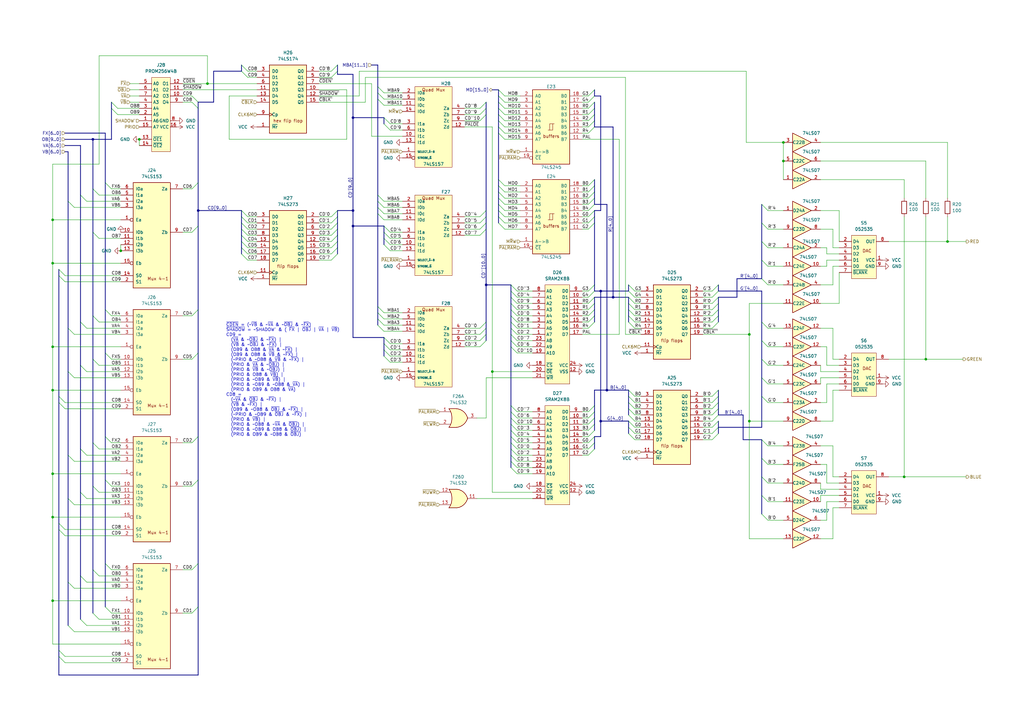
<source format=kicad_sch>
(kicad_sch (version 20230121) (generator eeschema)
  (paper "A3")
  (title_block (title "Gradius 3") (date "2024-04-11") (company "Konami GX945") (comment 1 "Ulf Skutnabba, twitter: @skutis77"))
  (junction (at 49.53 102.87))
  (junction (at 201.93 152.4))
  (junction (at 388.62 99.06))
  (junction (at 21.59 142.24))
  (junction (at 21.59 107.95))
  (junction (at 21.59 160.02))
  (junction (at 307.34 137.16))
  (junction (at 379.73 147.32))
  (junction (at 199.39 116.84))
  (junction (at 251.46 121.92))
  (junction (at 321.31 66.04))
  (junction (at 321.31 58.42))
  (junction (at 246.38 172.72))
  (junction (at 57.15 57.15))
  (junction (at 144.78 86.36))
  (junction (at 21.59 212.09))
  (junction (at 246.38 119.38))
  (junction (at 307.34 172.72))
  (junction (at 85.09 34.29))
  (junction (at 144.78 48.26))
  (junction (at 21.59 90.17))
  (junction (at 370.84 195.58))
  (junction (at 81.28 86.36))
  (junction (at 248.92 160.02))
  (junction (at 38.1 57.15))
  (junction (at 21.59 246.38))
  (junction (at 144.78 92.71))
  (junction (at 21.59 194.31))
  (bus_entry (at 292.1 119.38) (size 2.54 -2.54))
  (bus_entry (at 43.18 231.14) (size 2.54 2.54))
  (bus_entry (at 241.3 179.07) (size 2.54 -2.54))
  (bus_entry (at 241.3 176.53) (size 2.54 -2.54))
  (bus_entry (at 99.06 101.6) (size 2.54 2.54))
  (bus_entry (at 38.1 233.68) (size 2.54 2.54))
  (bus_entry (at 241.3 184.15) (size 2.54 -2.54))
  (bus_entry (at 196.85 96.52) (size 2.54 -2.54))
  (bus_entry (at 241.3 44.45) (size 2.54 -2.54))
  (bus_entry (at 312.42 132.08) (size 2.54 2.54))
  (bus_entry (at 38.1 199.39) (size 2.54 2.54))
  (bus_entry (at 33.02 149.86) (size 2.54 2.54))
  (bus_entry (at 24.13 217.17) (size 2.54 2.54))
  (bus_entry (at 241.3 81.28) (size 2.54 -2.54))
  (bus_entry (at 209.55 176.53) (size 2.54 2.54))
  (bus_entry (at 99.06 29.21) (size 2.54 2.54))
  (bus_entry (at 78.74 199.39) (size 2.54 -2.54))
  (bus_entry (at 241.3 124.46) (size 2.54 -2.54))
  (bus_entry (at 135.89 93.98) (size 2.54 -2.54))
  (bus_entry (at 27.94 134.62) (size 2.54 2.54))
  (bus_entry (at 292.1 134.62) (size 2.54 -2.54))
  (bus_entry (at 241.3 78.74) (size 2.54 -2.54))
  (bus_entry (at 38.1 77.47) (size 2.54 2.54))
  (bus_entry (at 312.42 147.32) (size 2.54 2.54))
  (bus_entry (at 135.89 88.9) (size 2.54 -2.54))
  (bus_entry (at 135.89 106.68) (size 2.54 -2.54))
  (bus_entry (at 292.1 172.72) (size 2.54 -2.54))
  (bus_entry (at 209.55 127) (size 2.54 2.54))
  (bus_entry (at 257.81 132.08) (size 2.54 2.54))
  (bus_entry (at 241.3 49.53) (size 2.54 -2.54))
  (bus_entry (at 27.94 186.69) (size 2.54 2.54))
  (bus_entry (at 204.47 91.44) (size 2.54 2.54))
  (bus_entry (at 209.55 191.77) (size 2.54 2.54))
  (bus_entry (at 154.94 87.63) (size 2.54 2.54))
  (bus_entry (at 292.1 124.46) (size 2.54 -2.54))
  (bus_entry (at 292.1 129.54) (size 2.54 -2.54))
  (bus_entry (at 43.18 144.78) (size 2.54 2.54))
  (bus_entry (at 135.89 31.75) (size 2.54 -2.54))
  (bus_entry (at 43.18 248.92) (size 2.54 2.54))
  (bus_entry (at 135.89 104.14) (size 2.54 -2.54))
  (bus_entry (at 154.94 125.73) (size 2.54 2.54))
  (bus_entry (at 292.1 121.92) (size 2.54 -2.54))
  (bus_entry (at 24.13 110.49) (size 2.54 2.54))
  (bus_entry (at 24.13 162.56) (size 2.54 2.54))
  (bus_entry (at 43.18 127) (size 2.54 2.54))
  (bus_entry (at 27.94 238.76) (size 2.54 2.54))
  (bus_entry (at 196.85 88.9) (size 2.54 -2.54))
  (bus_entry (at 27.94 82.55) (size 2.54 2.54))
  (bus_entry (at 209.55 171.45) (size 2.54 2.54))
  (bus_entry (at 209.55 137.16) (size 2.54 2.54))
  (bus_entry (at 209.55 139.7) (size 2.54 2.54))
  (bus_entry (at 196.85 134.62) (size 2.54 -2.54))
  (bus_entry (at 209.55 132.08) (size 2.54 2.54))
  (bus_entry (at 257.81 175.26) (size 2.54 2.54))
  (bus_entry (at 154.94 38.1) (size 2.54 2.54))
  (bus_entry (at 204.47 36.83) (size 2.54 2.54))
  (bus_entry (at 292.1 167.64) (size 2.54 -2.54))
  (bus_entry (at 157.48 146.05) (size 2.54 2.54))
  (bus_entry (at 257.81 129.54) (size 2.54 2.54))
  (bus_entry (at 99.06 104.14) (size 2.54 2.54))
  (bus_entry (at 38.1 95.25) (size 2.54 2.54))
  (bus_entry (at 24.13 214.63) (size 2.54 2.54))
  (bus_entry (at 33.02 184.15) (size 2.54 2.54))
  (bus_entry (at 292.1 132.08) (size 2.54 -2.54))
  (bus_entry (at 196.85 142.24) (size 2.54 -2.54))
  (bus_entry (at 312.42 83.82) (size 2.54 2.54))
  (bus_entry (at 209.55 129.54) (size 2.54 2.54))
  (bus_entry (at 78.74 251.46) (size 2.54 -2.54))
  (bus_entry (at 196.85 49.53) (size 2.54 -2.54))
  (bus_entry (at 157.48 143.51) (size 2.54 2.54))
  (bus_entry (at 24.13 266.7) (size 2.54 2.54))
  (bus_entry (at 241.3 129.54) (size 2.54 -2.54))
  (bus_entry (at 157.48 97.79) (size 2.54 2.54))
  (bus_entry (at 292.1 165.1) (size 2.54 -2.54))
  (bus_entry (at 312.42 91.44) (size 2.54 2.54))
  (bus_entry (at 99.06 88.9) (size 2.54 2.54))
  (bus_entry (at 204.47 81.28) (size 2.54 2.54))
  (bus_entry (at 209.55 186.69) (size 2.54 2.54))
  (bus_entry (at 312.42 195.58) (size 2.54 2.54))
  (bus_entry (at 204.47 54.61) (size 2.54 2.54))
  (bus_entry (at 241.3 76.2) (size 2.54 -2.54))
  (bus_entry (at 204.47 78.74) (size 2.54 2.54))
  (bus_entry (at 209.55 166.37) (size 2.54 2.54))
  (bus_entry (at 209.55 134.62) (size 2.54 2.54))
  (bus_entry (at 292.1 177.8) (size 2.54 -2.54))
  (bus_entry (at 196.85 139.7) (size 2.54 -2.54))
  (bus_entry (at 99.06 91.44) (size 2.54 2.54))
  (bus_entry (at 312.42 114.3) (size 2.54 2.54))
  (bus_entry (at 312.42 106.68) (size 2.54 2.54))
  (bus_entry (at 196.85 137.16) (size 2.54 -2.54))
  (bus_entry (at 209.55 116.84) (size 2.54 2.54))
  (bus_entry (at 99.06 26.67) (size 2.54 2.54))
  (bus_entry (at 241.3 132.08) (size 2.54 -2.54))
  (bus_entry (at 257.81 127) (size 2.54 2.54))
  (bus_entry (at 312.42 154.94) (size 2.54 2.54))
  (bus_entry (at 78.74 233.68) (size 2.54 -2.54))
  (bus_entry (at 135.89 96.52) (size 2.54 -2.54))
  (bus_entry (at 154.94 82.55) (size 2.54 2.54))
  (bus_entry (at 241.3 181.61) (size 2.54 -2.54))
  (bus_entry (at 196.85 93.98) (size 2.54 -2.54))
  (bus_entry (at 33.02 80.01) (size 2.54 2.54))
  (bus_entry (at 27.94 256.54) (size 2.54 2.54))
  (bus_entry (at 241.3 46.99) (size 2.54 -2.54))
  (bus_entry (at 209.55 181.61) (size 2.54 2.54))
  (bus_entry (at 33.02 132.08) (size 2.54 2.54))
  (bus_entry (at 241.3 173.99) (size 2.54 -2.54))
  (bus_entry (at 312.42 187.96) (size 2.54 2.54))
  (bus_entry (at 24.13 113.03) (size 2.54 2.54))
  (bus_entry (at 241.3 52.07) (size 2.54 -2.54))
  (bus_entry (at 241.3 41.91) (size 2.54 -2.54))
  (bus_entry (at 209.55 184.15) (size 2.54 2.54))
  (bus_entry (at 196.85 46.99) (size 2.54 -2.54))
  (bus_entry (at 38.1 147.32) (size 2.54 2.54))
  (bus_entry (at 157.48 92.71) (size 2.54 2.54))
  (bus_entry (at 27.94 204.47) (size 2.54 2.54))
  (bus_entry (at 209.55 179.07) (size 2.54 2.54))
  (bus_entry (at 209.55 121.92) (size 2.54 2.54))
  (bus_entry (at 154.94 80.01) (size 2.54 2.54))
  (bus_entry (at 292.1 180.34) (size 2.54 -2.54))
  (bus_entry (at 99.06 93.98) (size 2.54 2.54))
  (bus_entry (at 241.3 83.82) (size 2.54 -2.54))
  (bus_entry (at 33.02 236.22) (size 2.54 2.54))
  (bus_entry (at 135.89 99.06) (size 2.54 -2.54))
  (bus_entry (at 257.81 119.38) (size 2.54 2.54))
  (bus_entry (at 209.55 142.24) (size 2.54 2.54))
  (bus_entry (at 154.94 85.09) (size 2.54 2.54))
  (bus_entry (at 99.06 86.36) (size 2.54 2.54))
  (bus_entry (at 292.1 175.26) (size 2.54 -2.54))
  (bus_entry (at 157.48 100.33) (size 2.54 2.54))
  (bus_entry (at 241.3 171.45) (size 2.54 -2.54))
  (bus_entry (at 241.3 54.61) (size 2.54 -2.54))
  (bus_entry (at 33.02 254) (size 2.54 2.54))
  (bus_entry (at 78.74 181.61) (size 2.54 -2.54))
  (bus_entry (at 209.55 124.46) (size 2.54 2.54))
  (bus_entry (at 257.81 177.8) (size 2.54 2.54))
  (bus_entry (at 204.47 49.53) (size 2.54 2.54))
  (bus_entry (at 204.47 52.07) (size 2.54 2.54))
  (bus_entry (at 312.42 139.7) (size 2.54 2.54))
  (bus_entry (at 241.3 134.62) (size 2.54 -2.54))
  (bus_entry (at 204.47 76.2) (size 2.54 2.54))
  (bus_entry (at 99.06 99.06) (size 2.54 2.54))
  (bus_entry (at 135.89 101.6) (size 2.54 -2.54))
  (bus_entry (at 209.55 173.99) (size 2.54 2.54))
  (bus_entry (at 196.85 44.45) (size 2.54 -2.54))
  (bus_entry (at 154.94 130.81) (size 2.54 2.54))
  (bus_entry (at 204.47 46.99) (size 2.54 2.54))
  (bus_entry (at 38.1 251.46) (size 2.54 2.54))
  (bus_entry (at 241.3 88.9) (size 2.54 -2.54))
  (bus_entry (at 38.1 129.54) (size 2.54 2.54))
  (bus_entry (at 241.3 121.92) (size 2.54 -2.54))
  (bus_entry (at 257.81 124.46) (size 2.54 2.54))
  (bus_entry (at 312.42 210.82) (size 2.54 2.54))
  (bus_entry (at 154.94 128.27) (size 2.54 2.54))
  (bus_entry (at 204.47 41.91) (size 2.54 2.54))
  (bus_entry (at 157.48 50.8) (size 2.54 2.54))
  (bus_entry (at 38.1 181.61) (size 2.54 2.54))
  (bus_entry (at 292.1 127) (size 2.54 -2.54))
  (bus_entry (at 78.74 95.25) (size 2.54 -2.54))
  (bus_entry (at 157.48 138.43) (size 2.54 2.54))
  (bus_entry (at 24.13 165.1) (size 2.54 2.54))
  (bus_entry (at 154.94 133.35) (size 2.54 2.54))
  (bus_entry (at 209.55 189.23) (size 2.54 2.54))
  (bus_entry (at 43.18 74.93) (size 2.54 2.54))
  (bus_entry (at 257.81 167.64) (size 2.54 2.54))
  (bus_entry (at 204.47 88.9) (size 2.54 2.54))
  (bus_entry (at 241.3 39.37) (size 2.54 -2.54))
  (bus_entry (at 204.47 83.82) (size 2.54 2.54))
  (bus_entry (at 24.13 269.24) (size 2.54 2.54))
  (bus_entry (at 209.55 168.91) (size 2.54 2.54))
  (bus_entry (at 135.89 29.21) (size 2.54 -2.54))
  (bus_entry (at 257.81 162.56) (size 2.54 2.54))
  (bus_entry (at 78.74 77.47) (size 2.54 -2.54))
  (bus_entry (at 241.3 127) (size 2.54 -2.54))
  (bus_entry (at 204.47 39.37) (size 2.54 2.54))
  (bus_entry (at 157.48 95.25) (size 2.54 2.54))
  (bus_entry (at 257.81 172.72) (size 2.54 2.54))
  (bus_entry (at 33.02 201.93) (size 2.54 2.54))
  (bus_entry (at 45.72 41.91) (size 2.54 2.54))
  (bus_entry (at 99.06 96.52) (size 2.54 2.54))
  (bus_entry (at 241.3 186.69) (size 2.54 -2.54))
  (bus_entry (at 196.85 91.44) (size 2.54 -2.54))
  (bus_entry (at 204.47 44.45) (size 2.54 2.54))
  (bus_entry (at 292.1 162.56) (size 2.54 -2.54))
  (bus_entry (at 43.18 179.07) (size 2.54 2.54))
  (bus_entry (at 157.48 48.26) (size 2.54 2.54))
  (bus_entry (at 157.48 140.97) (size 2.54 2.54))
  (bus_entry (at 154.94 40.64) (size 2.54 2.54))
  (bus_entry (at 78.74 41.91) (size 2.54 2.54))
  (bus_entry (at 135.89 91.44) (size 2.54 -2.54))
  (bus_entry (at 257.81 165.1) (size 2.54 2.54))
  (bus_entry (at 241.3 119.38) (size 2.54 -2.54))
  (bus_entry (at 78.74 129.54) (size 2.54 -2.54))
  (bus_entry (at 241.3 168.91) (size 2.54 -2.54))
  (bus_entry (at 257.81 116.84) (size 2.54 2.54))
  (bus_entry (at 292.1 170.18) (size 2.54 -2.54))
  (bus_entry (at 78.74 39.37) (size 2.54 2.54))
  (bus_entry (at 312.42 99.06) (size 2.54 2.54))
  (bus_entry (at 209.55 119.38) (size 2.54 2.54))
  (bus_entry (at 241.3 86.36) (size 2.54 -2.54))
  (bus_entry (at 27.94 152.4) (size 2.54 2.54))
  (bus_entry (at 312.42 203.2) (size 2.54 2.54))
  (bus_entry (at 257.81 121.92) (size 2.54 2.54))
  (bus_entry (at 257.81 170.18) (size 2.54 2.54))
  (bus_entry (at 241.3 93.98) (size 2.54 -2.54))
  (bus_entry (at 78.74 147.32) (size 2.54 -2.54))
  (bus_entry (at 43.18 196.85) (size 2.54 2.54))
  (bus_entry (at 241.3 91.44) (size 2.54 -2.54))
  (bus_entry (at 312.42 180.34) (size 2.54 2.54))
  (bus_entry (at 154.94 35.56) (size 2.54 2.54))
  (bus_entry (at 204.47 73.66) (size 2.54 2.54))
  (bus_entry (at 45.72 44.45) (size 2.54 2.54))
  (bus_entry (at 257.81 160.02) (size 2.54 2.54))
  (bus_entry (at 312.42 162.56) (size 2.54 2.54))
  (bus_entry (at 204.47 86.36) (size 2.54 2.54))
  (wire (pts (xy 314.96 149.86) (xy 321.31 149.86)))
  (wire (pts (xy 190.5 139.7) (xy 196.85 139.7)))
  (bus (pts (xy 257.81 170.18) (xy 257.81 167.64)))
  (wire (pts (xy 45.72 233.68) (xy 49.53 233.68)))
  (wire (pts (xy 341.63 109.22) (xy 344.17 109.22)))
  (wire (pts (xy 40.64 184.15) (xy 49.53 184.15)))
  (wire (pts (xy 85.09 22.86) (xy 40.64 22.86)))
  (bus (pts (xy 81.28 92.71) (xy 81.28 127)))
  (bus (pts (xy 138.43 86.36) (xy 144.78 86.36)))
  (bus (pts (xy 38.1 129.54) (xy 38.1 147.32)))
  (wire (pts (xy 370.84 73.66) (xy 370.84 81.28)))
  (bus (pts (xy 312.42 132.08) (xy 312.42 139.7)))
  (bus (pts (xy 243.84 129.54) (xy 243.84 132.08)))
  (bus (pts (xy 243.84 124.46) (xy 243.84 127)))
  (wire (pts (xy 314.96 109.22) (xy 321.31 109.22)))
  (bus (pts (xy 246.38 86.36) (xy 246.38 39.37)))
  (wire (pts (xy 49.53 194.31) (xy 21.59 194.31)))
  (wire (pts (xy 207.01 83.82) (xy 213.36 83.82)))
  (wire (pts (xy 336.55 213.36) (xy 339.09 213.36)))
  (bus (pts (xy 257.81 175.26) (xy 257.81 177.8)))
  (bus (pts (xy 243.84 160.02) (xy 243.84 166.37)))
  (wire (pts (xy 160.02 102.87) (xy 165.1 102.87)))
  (wire (pts (xy 74.93 39.37) (xy 78.74 39.37)))
  (wire (pts (xy 218.44 154.94) (xy 199.39 154.94)))
  (wire (pts (xy 45.72 181.61) (xy 49.53 181.61)))
  (bus (pts (xy 99.06 93.98) (xy 99.06 91.44)))
  (wire (pts (xy 341.63 172.72) (xy 341.63 160.02)))
  (bus (pts (xy 204.47 91.44) (xy 204.47 88.9)))
  (wire (pts (xy 341.63 147.32) (xy 344.17 147.32)))
  (bus (pts (xy 204.47 76.2) (xy 204.47 73.66)))
  (wire (pts (xy 26.67 113.03) (xy 49.53 113.03)))
  (bus (pts (xy 304.8 170.18) (xy 294.64 170.18)))
  (bus (pts (xy 257.81 132.08) (xy 257.81 129.54)))
  (wire (pts (xy 388.62 88.9) (xy 388.62 99.06)))
  (wire (pts (xy 35.56 152.4) (xy 49.53 152.4)))
  (wire (pts (xy 26.67 269.24) (xy 49.53 269.24)))
  (bus (pts (xy 243.84 44.45) (xy 243.84 46.99)))
  (wire (pts (xy 344.17 152.4) (xy 336.55 152.4)))
  (bus (pts (xy 204.47 86.36) (xy 204.47 83.82)))
  (wire (pts (xy 30.48 259.08) (xy 49.53 259.08)))
  (wire (pts (xy 21.59 107.95) (xy 49.53 107.95)))
  (bus (pts (xy 294.64 175.26) (xy 294.64 172.72)))
  (wire (pts (xy 53.34 34.29) (xy 57.15 34.29)))
  (bus (pts (xy 246.38 172.72) (xy 246.38 179.07)))
  (wire (pts (xy 26.67 167.64) (xy 49.53 167.64)))
  (wire (pts (xy 21.59 142.24) (xy 21.59 160.02)))
  (bus (pts (xy 243.84 88.9) (xy 243.84 91.44)))
  (wire (pts (xy 306.07 58.42) (xy 321.31 58.42)))
  (bus (pts (xy 43.18 179.07) (xy 43.18 196.85)))
  (bus (pts (xy 209.55 184.15) (xy 209.55 186.69)))
  (bus (pts (xy 312.42 91.44) (xy 312.42 99.06)))
  (bus (pts (xy 24.13 269.24) (xy 24.13 276.86)))
  (bus (pts (xy 199.39 41.91) (xy 199.39 44.45)))
  (bus (pts (xy 87.63 41.91) (xy 87.63 29.21)))
  (wire (pts (xy 238.76 46.99) (xy 241.3 46.99)))
  (wire (pts (xy 238.76 39.37) (xy 241.3 39.37)))
  (bus (pts (xy 243.84 119.38) (xy 246.38 119.38)))
  (wire (pts (xy 157.48 85.09) (xy 165.1 85.09)))
  (wire (pts (xy 57.15 57.15) (xy 57.15 59.69)))
  (wire (pts (xy 314.96 198.12) (xy 321.31 198.12)))
  (bus (pts (xy 204.47 44.45) (xy 204.47 41.91)))
  (wire (pts (xy 238.76 76.2) (xy 241.3 76.2)))
  (wire (pts (xy 314.96 205.74) (xy 321.31 205.74)))
  (wire (pts (xy 149.86 41.91) (xy 149.86 31.75)))
  (wire (pts (xy 160.02 100.33) (xy 165.1 100.33)))
  (bus (pts (xy 199.39 46.99) (xy 199.39 86.36)))
  (wire (pts (xy 288.29 119.38) (xy 292.1 119.38)))
  (bus (pts (xy 138.43 29.21) (xy 138.43 30.48)))
  (wire (pts (xy 238.76 44.45) (xy 241.3 44.45)))
  (bus (pts (xy 199.39 44.45) (xy 199.39 46.99)))
  (bus (pts (xy 154.94 85.09) (xy 154.94 87.63)))
  (bus (pts (xy 243.84 81.28) (xy 243.84 83.82)))
  (wire (pts (xy 339.09 142.24) (xy 336.55 142.24)))
  (bus (pts (xy 243.84 73.66) (xy 243.84 76.2)))
  (wire (pts (xy 321.31 58.42) (xy 321.31 66.04)))
  (wire (pts (xy 49.53 90.17) (xy 21.59 90.17)))
  (wire (pts (xy 238.76 134.62) (xy 241.3 134.62)))
  (bus (pts (xy 81.28 41.91) (xy 81.28 44.45)))
  (wire (pts (xy 341.63 182.88) (xy 341.63 195.58)))
  (wire (pts (xy 49.53 264.16) (xy 21.59 264.16)))
  (wire (pts (xy 207.01 41.91) (xy 213.36 41.91)))
  (bus (pts (xy 209.55 171.45) (xy 209.55 173.99)))
  (wire (pts (xy 207.01 54.61) (xy 213.36 54.61)))
  (bus (pts (xy 138.43 101.6) (xy 138.43 99.06)))
  (wire (pts (xy 40.64 254) (xy 49.53 254)))
  (bus (pts (xy 209.55 166.37) (xy 209.55 168.91)))
  (bus (pts (xy 43.18 127) (xy 43.18 144.78)))
  (wire (pts (xy 212.09 142.24) (xy 218.44 142.24)))
  (wire (pts (xy 336.55 116.84) (xy 341.63 116.84)))
  (wire (pts (xy 364.49 195.58) (xy 370.84 195.58)))
  (wire (pts (xy 49.53 100.33) (xy 49.53 102.87)))
  (wire (pts (xy 314.96 134.62) (xy 321.31 134.62)))
  (bus (pts (xy 33.02 132.08) (xy 33.02 149.86)))
  (bus (pts (xy 45.72 41.91) (xy 45.72 44.45)))
  (wire (pts (xy 339.09 104.14) (xy 344.17 104.14)))
  (bus (pts (xy 157.48 140.97) (xy 157.48 138.43)))
  (wire (pts (xy 85.09 22.86) (xy 85.09 34.29)))
  (wire (pts (xy 288.29 180.34) (xy 292.1 180.34)))
  (bus (pts (xy 99.06 99.06) (xy 99.06 96.52)))
  (wire (pts (xy 260.35 180.34) (xy 262.89 180.34)))
  (wire (pts (xy 339.09 109.22) (xy 339.09 106.68)))
  (bus (pts (xy 243.84 116.84) (xy 243.84 119.38)))
  (bus (pts (xy 243.84 49.53) (xy 243.84 52.07)))
  (bus (pts (xy 157.48 138.43) (xy 144.78 138.43)))
  (bus (pts (xy 87.63 29.21) (xy 99.06 29.21)))
  (wire (pts (xy 130.81 36.83) (xy 142.24 36.83)))
  (bus (pts (xy 81.28 196.85) (xy 81.28 231.14)))
  (wire (pts (xy 212.09 176.53) (xy 218.44 176.53)))
  (bus (pts (xy 304.8 180.34) (xy 304.8 170.18)))
  (wire (pts (xy 314.96 86.36) (xy 321.31 86.36)))
  (bus (pts (xy 81.28 144.78) (xy 81.28 179.07)))
  (bus (pts (xy 43.18 231.14) (xy 43.18 248.92)))
  (bus (pts (xy 209.55 181.61) (xy 209.55 184.15)))
  (wire (pts (xy 339.09 213.36) (xy 339.09 205.74)))
  (wire (pts (xy 388.62 58.42) (xy 388.62 81.28)))
  (wire (pts (xy 260.35 119.38) (xy 262.89 119.38)))
  (wire (pts (xy 260.35 175.26) (xy 262.89 175.26)))
  (bus (pts (xy 243.84 86.36) (xy 246.38 86.36)))
  (bus (pts (xy 243.84 168.91) (xy 243.84 171.45)))
  (wire (pts (xy 74.93 77.47) (xy 78.74 77.47)))
  (bus (pts (xy 38.1 199.39) (xy 38.1 233.68)))
  (wire (pts (xy 207.01 76.2) (xy 213.36 76.2)))
  (wire (pts (xy 130.81 106.68) (xy 135.89 106.68)))
  (bus (pts (xy 294.64 127) (xy 294.64 129.54)))
  (wire (pts (xy 344.17 86.36) (xy 344.17 99.06)))
  (bus (pts (xy 209.55 134.62) (xy 209.55 137.16)))
  (bus (pts (xy 243.84 76.2) (xy 243.84 78.74)))
  (wire (pts (xy 199.39 171.45) (xy 195.58 171.45)))
  (bus (pts (xy 248.92 160.02) (xy 257.81 160.02)))
  (wire (pts (xy 336.55 66.04) (xy 379.73 66.04)))
  (wire (pts (xy 130.81 91.44) (xy 135.89 91.44)))
  (wire (pts (xy 339.09 109.22) (xy 336.55 109.22)))
  (bus (pts (xy 199.39 132.08) (xy 199.39 134.62)))
  (wire (pts (xy 190.5 142.24) (xy 196.85 142.24)))
  (wire (pts (xy 207.01 52.07) (xy 213.36 52.07)))
  (bus (pts (xy 27.94 62.23) (xy 26.67 62.23)))
  (bus (pts (xy 154.94 130.81) (xy 154.94 133.35)))
  (wire (pts (xy 53.34 41.91) (xy 57.15 41.91)))
  (wire (pts (xy 190.5 46.99) (xy 196.85 46.99)))
  (wire (pts (xy 190.5 93.98) (xy 196.85 93.98)))
  (wire (pts (xy 201.93 201.93) (xy 218.44 201.93)))
  (bus (pts (xy 199.39 137.16) (xy 199.39 139.7)))
  (wire (pts (xy 157.48 130.81) (xy 165.1 130.81)))
  (bus (pts (xy 257.81 121.92) (xy 257.81 124.46)))
  (bus (pts (xy 33.02 80.01) (xy 33.02 59.69)))
  (wire (pts (xy 149.86 31.75) (xy 256.54 31.75)))
  (wire (pts (xy 256.54 31.75) (xy 256.54 137.16)))
  (bus (pts (xy 204.47 78.74) (xy 204.47 76.2)))
  (bus (pts (xy 209.55 173.99) (xy 209.55 176.53)))
  (bus (pts (xy 312.42 203.2) (xy 312.42 195.58)))
  (wire (pts (xy 212.09 186.69) (xy 218.44 186.69)))
  (bus (pts (xy 294.64 129.54) (xy 294.64 132.08)))
  (wire (pts (xy 21.59 90.17) (xy 21.59 107.95)))
  (wire (pts (xy 379.73 88.9) (xy 379.73 147.32)))
  (wire (pts (xy 190.5 44.45) (xy 196.85 44.45)))
  (bus (pts (xy 209.55 176.53) (xy 209.55 179.07)))
  (bus (pts (xy 24.13 266.7) (xy 24.13 269.24)))
  (wire (pts (xy 238.76 83.82) (xy 241.3 83.82)))
  (wire (pts (xy 21.59 246.38) (xy 21.59 264.16)))
  (wire (pts (xy 339.09 205.74) (xy 344.17 205.74)))
  (wire (pts (xy 321.31 66.04) (xy 321.31 73.66)))
  (wire (pts (xy 130.81 101.6) (xy 135.89 101.6)))
  (bus (pts (xy 38.1 57.15) (xy 38.1 77.47)))
  (bus (pts (xy 248.92 83.82) (xy 243.84 83.82)))
  (wire (pts (xy 212.09 127) (xy 218.44 127)))
  (wire (pts (xy 336.55 182.88) (xy 341.63 182.88)))
  (bus (pts (xy 243.84 46.99) (xy 243.84 49.53)))
  (wire (pts (xy 260.35 121.92) (xy 262.89 121.92)))
  (bus (pts (xy 246.38 172.72) (xy 257.81 172.72)))
  (bus (pts (xy 243.84 41.91) (xy 243.84 44.45)))
  (wire (pts (xy 314.96 182.88) (xy 321.31 182.88)))
  (wire (pts (xy 45.72 129.54) (xy 49.53 129.54)))
  (bus (pts (xy 27.94 134.62) (xy 27.94 152.4)))
  (wire (pts (xy 40.64 201.93) (xy 49.53 201.93)))
  (wire (pts (xy 130.81 93.98) (xy 135.89 93.98)))
  (wire (pts (xy 21.59 142.24) (xy 49.53 142.24)))
  (wire (pts (xy 93.98 57.15) (xy 93.98 39.37)))
  (wire (pts (xy 238.76 129.54) (xy 241.3 129.54)))
  (bus (pts (xy 201.93 36.83) (xy 204.47 36.83)))
  (wire (pts (xy 238.76 137.16) (xy 254 137.16)))
  (wire (pts (xy 336.55 152.4) (xy 336.55 149.86)))
  (wire (pts (xy 157.48 90.17) (xy 165.1 90.17)))
  (wire (pts (xy 40.64 149.86) (xy 49.53 149.86)))
  (wire (pts (xy 207.01 81.28) (xy 213.36 81.28)))
  (wire (pts (xy 152.4 55.88) (xy 165.1 55.88)))
  (wire (pts (xy 212.09 124.46) (xy 218.44 124.46)))
  (wire (pts (xy 341.63 160.02) (xy 344.17 160.02)))
  (wire (pts (xy 30.48 241.3) (xy 49.53 241.3)))
  (wire (pts (xy 238.76 86.36) (xy 241.3 86.36)))
  (wire (pts (xy 142.24 36.83) (xy 142.24 57.15)))
  (wire (pts (xy 30.48 154.94) (xy 49.53 154.94)))
  (wire (pts (xy 74.93 233.68) (xy 78.74 233.68)))
  (wire (pts (xy 201.93 152.4) (xy 218.44 152.4)))
  (bus (pts (xy 81.28 231.14) (xy 81.28 248.92)))
  (wire (pts (xy 21.59 194.31) (xy 21.59 212.09)))
  (wire (pts (xy 336.55 101.6) (xy 339.09 101.6)))
  (wire (pts (xy 130.81 41.91) (xy 149.86 41.91)))
  (wire (pts (xy 212.09 139.7) (xy 218.44 139.7)))
  (bus (pts (xy 243.84 171.45) (xy 243.84 173.99)))
  (bus (pts (xy 204.47 73.66) (xy 204.47 54.61)))
  (bus (pts (xy 199.39 116.84) (xy 199.39 132.08)))
  (wire (pts (xy 35.56 186.69) (xy 49.53 186.69)))
  (wire (pts (xy 157.48 38.1) (xy 165.1 38.1)))
  (wire (pts (xy 147.32 39.37) (xy 147.32 29.21)))
  (wire (pts (xy 26.67 271.78) (xy 49.53 271.78)))
  (wire (pts (xy 260.35 162.56) (xy 262.89 162.56)))
  (bus (pts (xy 27.94 204.47) (xy 27.94 238.76)))
  (wire (pts (xy 101.6 99.06) (xy 105.41 99.06)))
  (wire (pts (xy 314.96 190.5) (xy 321.31 190.5)))
  (wire (pts (xy 207.01 44.45) (xy 213.36 44.45)))
  (bus (pts (xy 204.47 81.28) (xy 204.47 78.74)))
  (bus (pts (xy 33.02 184.15) (xy 33.02 201.93)))
  (bus (pts (xy 144.78 92.71) (xy 144.78 86.36)))
  (bus (pts (xy 257.81 167.64) (xy 257.81 165.1)))
  (wire (pts (xy 288.29 137.16) (xy 307.34 137.16)))
  (bus (pts (xy 27.94 82.55) (xy 27.94 62.23)))
  (wire (pts (xy 341.63 101.6) (xy 341.63 93.98)))
  (bus (pts (xy 38.1 181.61) (xy 38.1 199.39)))
  (wire (pts (xy 339.09 149.86) (xy 339.09 142.24)))
  (wire (pts (xy 160.02 148.59) (xy 165.1 148.59)))
  (bus (pts (xy 312.42 154.94) (xy 312.42 162.56)))
  (bus (pts (xy 138.43 30.48) (xy 144.78 30.48)))
  (wire (pts (xy 130.81 88.9) (xy 135.89 88.9)))
  (bus (pts (xy 99.06 104.14) (xy 99.06 101.6)))
  (bus (pts (xy 294.64 119.38) (xy 312.42 119.38)))
  (wire (pts (xy 21.59 67.31) (xy 21.59 90.17)))
  (wire (pts (xy 45.72 199.39) (xy 49.53 199.39)))
  (bus (pts (xy 24.13 110.49) (xy 24.13 113.03)))
  (bus (pts (xy 294.64 175.26) (xy 312.42 175.26)))
  (wire (pts (xy 307.34 220.98) (xy 307.34 172.72)))
  (bus (pts (xy 246.38 119.38) (xy 246.38 172.72)))
  (wire (pts (xy 260.35 134.62) (xy 262.89 134.62)))
  (wire (pts (xy 160.02 140.97) (xy 165.1 140.97)))
  (wire (pts (xy 314.96 142.24) (xy 321.31 142.24)))
  (bus (pts (xy 209.55 127) (xy 209.55 129.54)))
  (bus (pts (xy 209.55 124.46) (xy 209.55 127)))
  (wire (pts (xy 341.63 195.58) (xy 344.17 195.58)))
  (bus (pts (xy 24.13 113.03) (xy 24.13 162.56)))
  (wire (pts (xy 288.29 162.56) (xy 292.1 162.56)))
  (wire (pts (xy 190.5 88.9) (xy 196.85 88.9)))
  (bus (pts (xy 294.64 177.8) (xy 294.64 175.26)))
  (wire (pts (xy 35.56 238.76) (xy 49.53 238.76)))
  (wire (pts (xy 288.29 121.92) (xy 292.1 121.92)))
  (wire (pts (xy 238.76 93.98) (xy 241.3 93.98)))
  (bus (pts (xy 81.28 86.36) (xy 81.28 92.71)))
  (wire (pts (xy 157.48 43.18) (xy 165.1 43.18)))
  (wire (pts (xy 101.6 101.6) (xy 105.41 101.6)))
  (wire (pts (xy 364.49 147.32) (xy 379.73 147.32)))
  (wire (pts (xy 21.59 212.09) (xy 49.53 212.09)))
  (bus (pts (xy 312.42 119.38) (xy 312.42 132.08)))
  (wire (pts (xy 26.67 217.17) (xy 49.53 217.17)))
  (bus (pts (xy 209.55 179.07) (xy 209.55 181.61)))
  (bus (pts (xy 246.38 179.07) (xy 243.84 179.07)))
  (wire (pts (xy 160.02 53.34) (xy 165.1 53.34)))
  (bus (pts (xy 257.81 116.84) (xy 257.81 119.38)))
  (wire (pts (xy 74.93 129.54) (xy 78.74 129.54)))
  (bus (pts (xy 312.42 210.82) (xy 312.42 203.2)))
  (bus (pts (xy 204.47 46.99) (xy 204.47 44.45)))
  (bus (pts (xy 209.55 121.92) (xy 209.55 124.46)))
  (bus (pts (xy 152.4 26.67) (xy 154.94 26.67)))
  (bus (pts (xy 312.42 195.58) (xy 312.42 187.96)))
  (wire (pts (xy 238.76 176.53) (xy 241.3 176.53)))
  (bus (pts (xy 26.67 57.15) (xy 38.1 57.15)))
  (wire (pts (xy 101.6 31.75) (xy 105.41 31.75)))
  (bus (pts (xy 246.38 119.38) (xy 257.81 119.38)))
  (bus (pts (xy 294.64 160.02) (xy 294.64 162.56)))
  (wire (pts (xy 238.76 179.07) (xy 241.3 179.07)))
  (bus (pts (xy 199.39 134.62) (xy 199.39 137.16)))
  (bus (pts (xy 154.94 87.63) (xy 154.94 125.73)))
  (wire (pts (xy 21.59 246.38) (xy 49.53 246.38)))
  (wire (pts (xy 45.72 251.46) (xy 49.53 251.46)))
  (wire (pts (xy 288.29 167.64) (xy 292.1 167.64)))
  (bus (pts (xy 312.42 83.82) (xy 312.42 91.44)))
  (bus (pts (xy 24.13 165.1) (xy 24.13 214.63)))
  (wire (pts (xy 344.17 149.86) (xy 339.09 149.86)))
  (bus (pts (xy 24.13 162.56) (xy 24.13 165.1)))
  (wire (pts (xy 364.49 99.06) (xy 388.62 99.06)))
  (wire (pts (xy 336.55 172.72) (xy 341.63 172.72)))
  (bus (pts (xy 45.72 57.15) (xy 38.1 57.15)))
  (bus (pts (xy 251.46 121.92) (xy 257.81 121.92)))
  (bus (pts (xy 157.48 92.71) (xy 157.48 95.25)))
  (bus (pts (xy 199.39 116.84) (xy 209.55 116.84)))
  (bus (pts (xy 204.47 49.53) (xy 204.47 46.99)))
  (bus (pts (xy 157.48 97.79) (xy 157.48 100.33)))
  (bus (pts (xy 33.02 149.86) (xy 33.02 184.15)))
  (wire (pts (xy 147.32 29.21) (xy 306.07 29.21)))
  (bus (pts (xy 294.64 124.46) (xy 294.64 127)))
  (wire (pts (xy 336.55 157.48) (xy 336.55 154.94)))
  (bus (pts (xy 209.55 139.7) (xy 209.55 142.24)))
  (wire (pts (xy 30.48 207.01) (xy 49.53 207.01)))
  (wire (pts (xy 238.76 41.91) (xy 241.3 41.91)))
  (bus (pts (xy 138.43 91.44) (xy 138.43 88.9)))
  (wire (pts (xy 130.81 99.06) (xy 135.89 99.06)))
  (wire (pts (xy 288.29 177.8) (xy 292.1 177.8)))
  (wire (pts (xy 207.01 46.99) (xy 213.36 46.99)))
  (wire (pts (xy 35.56 204.47) (xy 49.53 204.47)))
  (bus (pts (xy 248.92 160.02) (xy 248.92 83.82)))
  (bus (pts (xy 27.94 238.76) (xy 27.94 256.54)))
  (wire (pts (xy 160.02 146.05) (xy 165.1 146.05)))
  (wire (pts (xy 212.09 134.62) (xy 218.44 134.62)))
  (wire (pts (xy 212.09 181.61) (xy 218.44 181.61)))
  (wire (pts (xy 314.96 101.6) (xy 321.31 101.6)))
  (wire (pts (xy 212.09 171.45) (xy 218.44 171.45)))
  (wire (pts (xy 336.55 58.42) (xy 388.62 58.42)))
  (bus (pts (xy 257.81 127) (xy 257.81 124.46)))
  (wire (pts (xy 314.96 93.98) (xy 321.31 93.98)))
  (bus (pts (xy 312.42 99.06) (xy 312.42 106.68)))
  (wire (pts (xy 74.93 199.39) (xy 78.74 199.39)))
  (wire (pts (xy 314.96 157.48) (xy 321.31 157.48)))
  (wire (pts (xy 339.09 198.12) (xy 344.17 198.12)))
  (wire (pts (xy 288.29 132.08) (xy 292.1 132.08)))
  (wire (pts (xy 74.93 251.46) (xy 78.74 251.46)))
  (wire (pts (xy 260.35 170.18) (xy 262.89 170.18)))
  (bus (pts (xy 243.84 121.92) (xy 251.46 121.92)))
  (bus (pts (xy 204.47 52.07) (xy 204.47 49.53)))
  (wire (pts (xy 190.5 91.44) (xy 196.85 91.44)))
  (wire (pts (xy 288.29 175.26) (xy 292.1 175.26)))
  (wire (pts (xy 336.55 154.94) (xy 344.17 154.94)))
  (wire (pts (xy 21.59 67.31) (xy 40.64 67.31)))
  (wire (pts (xy 101.6 106.68) (xy 105.41 106.68)))
  (wire (pts (xy 35.56 256.54) (xy 49.53 256.54)))
  (bus (pts (xy 138.43 26.67) (xy 138.43 29.21)))
  (bus (pts (xy 138.43 96.52) (xy 138.43 93.98)))
  (wire (pts (xy 238.76 119.38) (xy 241.3 119.38)))
  (wire (pts (xy 307.34 137.16) (xy 307.34 124.46)))
  (wire (pts (xy 260.35 177.8) (xy 262.89 177.8)))
  (bus (pts (xy 157.48 143.51) (xy 157.48 140.97)))
  (bus (pts (xy 81.28 74.93) (xy 81.28 86.36)))
  (wire (pts (xy 53.34 36.83) (xy 57.15 36.83)))
  (wire (pts (xy 341.63 134.62) (xy 341.63 147.32)))
  (bus (pts (xy 251.46 52.07) (xy 251.46 121.92)))
  (wire (pts (xy 307.34 124.46) (xy 321.31 124.46)))
  (wire (pts (xy 336.55 190.5) (xy 339.09 190.5)))
  (wire (pts (xy 74.93 95.25) (xy 78.74 95.25)))
  (wire (pts (xy 212.09 168.91) (xy 218.44 168.91)))
  (wire (pts (xy 212.09 137.16) (xy 218.44 137.16)))
  (wire (pts (xy 238.76 181.61) (xy 241.3 181.61)))
  (wire (pts (xy 49.53 160.02) (xy 21.59 160.02)))
  (wire (pts (xy 130.81 39.37) (xy 147.32 39.37)))
  (wire (pts (xy 238.76 57.15) (xy 254 57.15)))
  (wire (pts (xy 306.07 29.21) (xy 306.07 58.42)))
  (wire (pts (xy 74.93 34.29) (xy 85.09 34.29)))
  (bus (pts (xy 257.81 172.72) (xy 257.81 175.26)))
  (bus (pts (xy 209.55 189.23) (xy 209.55 191.77)))
  (bus (pts (xy 209.55 129.54) (xy 209.55 132.08)))
  (bus (pts (xy 43.18 74.93) (xy 43.18 127)))
  (wire (pts (xy 45.72 77.47) (xy 49.53 77.47)))
  (wire (pts (xy 48.26 44.45) (xy 57.15 44.45)))
  (wire (pts (xy 130.81 31.75) (xy 135.89 31.75)))
  (wire (pts (xy 157.48 128.27) (xy 165.1 128.27)))
  (wire (pts (xy 74.93 181.61) (xy 78.74 181.61)))
  (wire (pts (xy 45.72 147.32) (xy 49.53 147.32)))
  (wire (pts (xy 207.01 78.74) (xy 213.36 78.74)))
  (bus (pts (xy 144.78 30.48) (xy 144.78 48.26)))
  (wire (pts (xy 201.93 152.4) (xy 201.93 201.93)))
  (bus (pts (xy 204.47 83.82) (xy 204.47 81.28)))
  (bus (pts (xy 24.13 214.63) (xy 24.13 217.17)))
  (bus (pts (xy 294.64 170.18) (xy 294.64 167.64)))
  (bus (pts (xy 38.1 95.25) (xy 38.1 129.54)))
  (wire (pts (xy 74.93 147.32) (xy 78.74 147.32)))
  (bus (pts (xy 243.84 166.37) (xy 243.84 168.91)))
  (wire (pts (xy 307.34 220.98) (xy 321.31 220.98)))
  (bus (pts (xy 38.1 233.68) (xy 38.1 251.46)))
  (bus (pts (xy 144.78 92.71) (xy 157.48 92.71)))
  (bus (pts (xy 43.18 196.85) (xy 43.18 231.14)))
  (bus (pts (xy 154.94 82.55) (xy 154.94 85.09)))
  (wire (pts (xy 207.01 88.9) (xy 213.36 88.9)))
  (wire (pts (xy 212.09 179.07) (xy 218.44 179.07)))
  (bus (pts (xy 199.39 93.98) (xy 199.39 116.84)))
  (bus (pts (xy 33.02 236.22) (xy 33.02 254)))
  (wire (pts (xy 288.29 172.72) (xy 292.1 172.72)))
  (bus (pts (xy 243.84 78.74) (xy 243.84 81.28)))
  (bus (pts (xy 99.06 91.44) (xy 99.06 88.9)))
  (bus (pts (xy 27.94 82.55) (xy 27.94 134.62)))
  (wire (pts (xy 379.73 147.32) (xy 394.97 147.32)))
  (wire (pts (xy 256.54 137.16) (xy 262.89 137.16)))
  (bus (pts (xy 209.55 119.38) (xy 209.55 121.92)))
  (bus (pts (xy 99.06 101.6) (xy 99.06 99.06)))
  (wire (pts (xy 40.64 132.08) (xy 49.53 132.08)))
  (wire (pts (xy 101.6 91.44) (xy 105.41 91.44)))
  (bus (pts (xy 81.28 41.91) (xy 87.63 41.91)))
  (wire (pts (xy 93.98 39.37) (xy 105.41 39.37)))
  (bus (pts (xy 204.47 88.9) (xy 204.47 86.36)))
  (wire (pts (xy 101.6 93.98) (xy 105.41 93.98)))
  (bus (pts (xy 154.94 125.73) (xy 154.94 128.27)))
  (wire (pts (xy 190.5 134.62) (xy 196.85 134.62)))
  (wire (pts (xy 339.09 106.68) (xy 344.17 106.68)))
  (wire (pts (xy 238.76 52.07) (xy 241.3 52.07)))
  (bus (pts (xy 243.84 181.61) (xy 243.84 184.15)))
  (bus (pts (xy 199.39 88.9) (xy 199.39 91.44)))
  (wire (pts (xy 260.35 167.64) (xy 262.89 167.64)))
  (wire (pts (xy 157.48 133.35) (xy 165.1 133.35)))
  (bus (pts (xy 154.94 128.27) (xy 154.94 130.81)))
  (bus (pts (xy 43.18 74.93) (xy 43.18 54.61)))
  (wire (pts (xy 238.76 168.91) (xy 241.3 168.91)))
  (bus (pts (xy 294.64 116.84) (xy 294.64 119.38)))
  (wire (pts (xy 40.64 236.22) (xy 49.53 236.22)))
  (wire (pts (xy 339.09 157.48) (xy 339.09 165.1)))
  (wire (pts (xy 212.09 129.54) (xy 218.44 129.54)))
  (bus (pts (xy 45.72 44.45) (xy 45.72 57.15)))
  (wire (pts (xy 339.09 101.6) (xy 339.09 104.14)))
  (bus (pts (xy 312.42 139.7) (xy 312.42 147.32)))
  (wire (pts (xy 379.73 66.04) (xy 379.73 81.28)))
  (wire (pts (xy 336.55 134.62) (xy 341.63 134.62)))
  (bus (pts (xy 27.94 186.69) (xy 27.94 204.47)))
  (bus (pts (xy 243.84 121.92) (xy 243.84 124.46)))
  (wire (pts (xy 314.96 213.36) (xy 321.31 213.36)))
  (wire (pts (xy 101.6 88.9) (xy 105.41 88.9)))
  (wire (pts (xy 336.55 200.66) (xy 344.17 200.66)))
  (bus (pts (xy 257.81 129.54) (xy 257.81 127)))
  (bus (pts (xy 27.94 152.4) (xy 27.94 186.69)))
  (wire (pts (xy 314.96 116.84) (xy 321.31 116.84)))
  (bus (pts (xy 81.28 276.86) (xy 81.28 248.92)))
  (wire (pts (xy 336.55 86.36) (xy 344.17 86.36)))
  (bus (pts (xy 138.43 104.14) (xy 138.43 101.6)))
  (bus (pts (xy 38.1 77.47) (xy 38.1 95.25)))
  (bus (pts (xy 312.42 114.3) (xy 302.26 114.3)))
  (wire (pts (xy 101.6 29.21) (xy 105.41 29.21)))
  (wire (pts (xy 341.63 220.98) (xy 341.63 208.28)))
  (bus (pts (xy 24.13 217.17) (xy 24.13 266.7)))
  (wire (pts (xy 160.02 50.8) (xy 165.1 50.8)))
  (wire (pts (xy 238.76 173.99) (xy 241.3 173.99)))
  (bus (pts (xy 209.55 142.24) (xy 209.55 166.37)))
  (wire (pts (xy 190.5 49.53) (xy 196.85 49.53)))
  (bus (pts (xy 99.06 96.52) (xy 99.06 93.98)))
  (wire (pts (xy 40.64 80.01) (xy 49.53 80.01)))
  (wire (pts (xy 336.55 205.74) (xy 336.55 203.2)))
  (wire (pts (xy 336.55 203.2) (xy 344.17 203.2)))
  (wire (pts (xy 212.09 119.38) (xy 218.44 119.38)))
  (wire (pts (xy 101.6 104.14) (xy 105.41 104.14)))
  (bus (pts (xy 294.64 121.92) (xy 302.26 121.92)))
  (bus (pts (xy 157.48 95.25) (xy 157.48 97.79)))
  (bus (pts (xy 43.18 54.61) (xy 26.67 54.61)))
  (wire (pts (xy 336.55 124.46) (xy 344.17 124.46)))
  (bus (pts (xy 138.43 99.06) (xy 138.43 96.52)))
  (wire (pts (xy 35.56 134.62) (xy 49.53 134.62)))
  (bus (pts (xy 144.78 48.26) (xy 144.78 86.36)))
  (bus (pts (xy 294.64 165.1) (xy 294.64 167.64)))
  (wire (pts (xy 341.63 93.98) (xy 336.55 93.98)))
  (wire (pts (xy 260.35 124.46) (xy 262.89 124.46)))
  (wire (pts (xy 201.93 52.07) (xy 190.5 52.07)))
  (bus (pts (xy 302.26 114.3) (xy 302.26 121.92)))
  (wire (pts (xy 48.26 46.99) (xy 57.15 46.99)))
  (bus (pts (xy 204.47 54.61) (xy 204.47 52.07)))
  (wire (pts (xy 212.09 189.23) (xy 218.44 189.23)))
  (bus (pts (xy 243.84 173.99) (xy 243.84 176.53)))
  (bus (pts (xy 246.38 39.37) (xy 243.84 39.37)))
  (wire (pts (xy 336.55 73.66) (xy 370.84 73.66)))
  (bus (pts (xy 138.43 93.98) (xy 138.43 91.44)))
  (wire (pts (xy 238.76 184.15) (xy 241.3 184.15)))
  (wire (pts (xy 212.09 191.77) (xy 218.44 191.77)))
  (wire (pts (xy 160.02 97.79) (xy 165.1 97.79)))
  (wire (pts (xy 190.5 137.16) (xy 196.85 137.16)))
  (bus (pts (xy 81.28 127) (xy 81.28 144.78)))
  (bus (pts (xy 312.42 147.32) (xy 312.42 154.94)))
  (wire (pts (xy 254 57.15) (xy 254 137.16)))
  (bus (pts (xy 209.55 186.69) (xy 209.55 189.23)))
  (wire (pts (xy 157.48 40.64) (xy 165.1 40.64)))
  (bus (pts (xy 81.28 44.45) (xy 81.28 74.93)))
  (wire (pts (xy 344.17 124.46) (xy 344.17 111.76)))
  (wire (pts (xy 339.09 165.1) (xy 336.55 165.1)))
  (bus (pts (xy 33.02 80.01) (xy 33.02 132.08)))
  (wire (pts (xy 21.59 107.95) (xy 21.59 142.24)))
  (wire (pts (xy 336.55 198.12) (xy 336.55 200.66)))
  (bus (pts (xy 33.02 201.93) (xy 33.02 236.22)))
  (wire (pts (xy 101.6 96.52) (xy 105.41 96.52)))
  (wire (pts (xy 238.76 49.53) (xy 241.3 49.53)))
  (wire (pts (xy 341.63 116.84) (xy 341.63 109.22)))
  (wire (pts (xy 238.76 127) (xy 241.3 127)))
  (bus (pts (xy 257.81 165.1) (xy 257.81 162.56)))
  (wire (pts (xy 21.59 160.02) (xy 21.59 194.31)))
  (wire (pts (xy 207.01 39.37) (xy 213.36 39.37)))
  (bus (pts (xy 24.13 276.86) (xy 81.28 276.86)))
  (bus (pts (xy 243.84 36.83) (xy 243.84 39.37)))
  (wire (pts (xy 212.09 121.92) (xy 218.44 121.92)))
  (wire (pts (xy 35.56 82.55) (xy 49.53 82.55)))
  (bus (pts (xy 157.48 146.05) (xy 157.48 143.51)))
  (bus (pts (xy 99.06 88.9) (xy 99.06 86.36)))
  (wire (pts (xy 30.48 85.09) (xy 49.53 85.09)))
  (wire (pts (xy 26.67 115.57) (xy 49.53 115.57)))
  (wire (pts (xy 307.34 172.72) (xy 307.34 137.16)))
  (wire (pts (xy 74.93 36.83) (xy 105.41 36.83)))
  (bus (pts (xy 99.06 29.21) (xy 99.06 26.67)))
  (wire (pts (xy 344.17 157.48) (xy 339.09 157.48)))
  (wire (pts (xy 260.35 132.08) (xy 262.89 132.08)))
  (wire (pts (xy 238.76 186.69) (xy 241.3 186.69)))
  (wire (pts (xy 260.35 129.54) (xy 262.89 129.54)))
  (wire (pts (xy 207.01 57.15) (xy 213.36 57.15)))
  (bus (pts (xy 243.84 127) (xy 243.84 129.54)))
  (wire (pts (xy 260.35 127) (xy 262.89 127)))
  (bus (pts (xy 312.42 106.68) (xy 312.42 114.3)))
  (wire (pts (xy 314.96 165.1) (xy 321.31 165.1)))
  (wire (pts (xy 130.81 34.29) (xy 152.4 34.29)))
  (bus (pts (xy 144.78 48.26) (xy 157.48 48.26)))
  (bus (pts (xy 204.47 41.91) (xy 204.47 39.37)))
  (wire (pts (xy 212.09 132.08) (xy 218.44 132.08)))
  (bus (pts (xy 243.84 86.36) (xy 243.84 88.9)))
  (wire (pts (xy 344.17 101.6) (xy 341.63 101.6)))
  (wire (pts (xy 370.84 195.58) (xy 396.24 195.58)))
  (wire (pts (xy 238.76 54.61) (xy 241.3 54.61)))
  (wire (pts (xy 370.84 88.9) (xy 370.84 195.58)))
  (wire (pts (xy 207.01 49.53) (xy 213.36 49.53)))
  (bus (pts (xy 209.55 116.84) (xy 209.55 119.38)))
  (bus (pts (xy 294.64 121.92) (xy 294.64 124.46)))
  (wire (pts (xy 201.93 52.07) (xy 201.93 152.4)))
  (wire (pts (xy 130.81 104.14) (xy 135.89 104.14)))
  (wire (pts (xy 288.29 170.18) (xy 292.1 170.18)))
  (wire (pts (xy 288.29 165.1) (xy 292.1 165.1)))
  (bus (pts (xy 209.55 168.91) (xy 209.55 171.45)))
  (wire (pts (xy 190.5 96.52) (xy 196.85 96.52)))
  (wire (pts (xy 152.4 34.29) (xy 152.4 55.88)))
  (wire (pts (xy 260.35 172.72) (xy 262.89 172.72)))
  (bus (pts (xy 154.94 35.56) (xy 154.94 26.67)))
  (wire (pts (xy 288.29 129.54) (xy 292.1 129.54)))
  (bus (pts (xy 243.84 179.07) (xy 243.84 181.61)))
  (bus (pts (xy 243.84 52.07) (xy 251.46 52.07)))
  (wire (pts (xy 238.76 132.08) (xy 241.3 132.08)))
  (wire (pts (xy 85.09 34.29) (xy 105.41 34.29)))
  (bus (pts (xy 154.94 38.1) (xy 154.94 40.64)))
  (bus (pts (xy 204.47 39.37) (xy 204.47 36.83)))
  (bus (pts (xy 154.94 80.01) (xy 154.94 82.55)))
  (wire (pts (xy 238.76 124.46) (xy 241.3 124.46)))
  (bus (pts (xy 209.55 132.08) (xy 209.55 134.62)))
  (wire (pts (xy 74.93 41.91) (xy 78.74 41.91)))
  (wire (pts (xy 336.55 220.98) (xy 341.63 220.98)))
  (bus (pts (xy 209.55 137.16) (xy 209.55 139.7)))
  (bus (pts (xy 312.42 187.96) (xy 312.42 180.34)))
  (wire (pts (xy 30.48 137.16) (xy 49.53 137.16)))
  (wire (pts (xy 26.67 219.71) (xy 49.53 219.71)))
  (wire (pts (xy 339.09 190.5) (xy 339.09 198.12)))
  (wire (pts (xy 388.62 99.06) (xy 396.24 99.06)))
  (wire (pts (xy 238.76 88.9) (xy 241.3 88.9)))
  (wire (pts (xy 238.76 171.45) (xy 241.3 171.45)))
  (wire (pts (xy 157.48 82.55) (xy 165.1 82.55)))
  (wire (pts (xy 207.01 86.36) (xy 213.36 86.36)))
  (wire (pts (xy 130.81 29.21) (xy 135.89 29.21)))
  (wire (pts (xy 142.24 57.15) (xy 93.98 57.15)))
  (wire (pts (xy 157.48 87.63) (xy 165.1 87.63)))
  (wire (pts (xy 207.01 93.98) (xy 213.36 93.98)))
  (bus (pts (xy 248.92 160.02) (xy 243.84 160.02)))
  (wire (pts (xy 130.81 96.52) (xy 135.89 96.52)))
  (bus (pts (xy 81.28 179.07) (xy 81.28 196.85)))
  (bus (pts (xy 312.42 180.34) (xy 304.8 180.34)))
  (wire (pts (xy 21.59 212.09) (xy 21.59 246.38)))
  (wire (pts (xy 40.64 22.86) (xy 40.64 67.31)))
  (bus (pts (xy 312.42 162.56) (xy 312.42 175.26)))
  (wire (pts (xy 195.58 204.47) (xy 218.44 204.47)))
  (wire (pts (xy 26.67 165.1) (xy 49.53 165.1)))
  (wire (pts (xy 238.76 91.44) (xy 241.3 91.44)))
  (wire (pts (xy 160.02 143.51) (xy 165.1 143.51)))
  (wire (pts (xy 160.02 95.25) (xy 165.1 95.25)))
  (wire (pts (xy 341.63 208.28) (xy 344.17 208.28)))
  (wire (pts (xy 53.34 39.37) (xy 57.15 39.37)))
  (bus (pts (xy 243.84 91.44) (xy 243.84 116.84)))
  (bus (pts (xy 43.18 144.78) (xy 43.18 179.07)))
  (bus (pts (xy 257.81 162.56) (xy 257.81 160.02)))
  (wire (pts (xy 199.39 171.45) (xy 199.39 154.94)))
  (wire (pts (xy 307.34 172.72) (xy 321.31 172.72)))
  (wire (pts (xy 288.29 124.46) (xy 292.1 124.46)))
  (wire (pts (xy 40.64 97.79) (xy 49.53 97.79)))
  (wire (pts (xy 238.76 121.92) (xy 241.3 121.92)))
  (wire (pts (xy 238.76 81.28) (xy 241.3 81.28)))
  (wire (pts (xy 212.09 184.15) (xy 218.44 184.15)))
  (bus (pts (xy 154.94 35.56) (xy 154.94 38.1)))
  (wire (pts (xy 30.48 189.23) (xy 49.53 189.23)))
  (wire (pts (xy 207.01 91.44) (xy 213.36 91.44)))
  (wire (pts (xy 157.48 135.89) (xy 165.1 135.89)))
  (bus (pts (xy 138.43 88.9) (xy 138.43 86.36)))
  (bus (pts (xy 154.94 40.64) (xy 154.94 80.01)))
  (bus (pts (xy 33.02 59.69) (xy 26.67 59.69)))
  (wire (pts (xy 212.09 173.99) (xy 218.44 173.99)))
  (bus (pts (xy 81.28 86.36) (xy 99.06 86.36)))
  (wire (pts (xy 212.09 194.31) (xy 218.44 194.31)))
  (bus (pts (xy 144.78 138.43) (xy 144.78 92.71)))
  (wire (pts (xy 238.76 78.74) (xy 241.3 78.74)))
  (bus (pts (xy 199.39 86.36) (xy 199.39 88.9)))
  (wire (pts (xy 288.29 127) (xy 292.1 127)))
  (wire (pts (xy 260.35 165.1) (xy 262.89 165.1)))
  (wire (pts (xy 288.29 134.62) (xy 292.1 134.62)))
  (bus (pts (xy 199.39 91.44) (xy 199.39 93.98)))
  (bus (pts (xy 157.48 48.26) (xy 157.48 50.8)))
  (bus (pts (xy 38.1 147.32) (xy 38.1 181.61)))
  (wire (pts (xy 212.09 144.78) (xy 218.44 144.78)))
  (bus (pts (xy 294.64 162.56) (xy 294.64 165.1)))
  (text "~{CDEN} = (~~{VB} & ~~{VA} & ~~{OBJ} & ~~{FX})\n~{SHADOW} = ~SHADOW' & ( ~{FX} | ~{OBJ} | ~{VA} | ~{VB})\nCD9 = \n  (~{VA} & ~~{OBJ} & ~~{FX}) |\n  (~{VB} & ~~{OBJ} & ~~{FX}) |\n  (OB9 & OB8 & ~{VA} & ~~{FX}) |\n  (OB9 & OB8 & ~{VB} & ~~{FX}) |\n  (~PRIO & ~OB8 & ~{VB} & ~~{FX}) |\n  (PRIO & ~{VA} & ~~{OBJ}) |\n  (PRIO & ~{VB} & ~~{OBJ}) |\n  (PRIO & OB8 & ~{VB}) |\n  (PRIO & ~OB9 & ~{VB}) |\n  (PRIO & ~OB9 & ~OB8 & ~{VA}) |\n  (PRIO & OB9 & OB8 & ~{VA})\nCD8 =\n  (~~{VA} & ~{OBJ} & ~~{FX}) |\n  (~{VB} & ~~{FX}) |\n  (OB9 & ~OB8 & ~{OBJ} & ~~{FX}) |\n  (~PRIO & ~OB9 & ~{OBJ} & ~~{FX}) |\n  (PRIO & ~{VB}) |\n  (PRIO & ~OB8 & ~~{VA} & ~{OBJ}) |\n  (PRIO & ~OB9 & OB8 & ~{OBJ}) |\n  (PRIO & OB9 & ~OB8 & ~{OBJ})" (at 92.71 179.07 0) (effects (font (size 1.27 1.27)) (justify left bottom)))
  (label "VA3" (at 45.72 204.47 0))
  (label "CD0" (at 101.6 88.9 0))
  (label "R4" (at 238.76 54.61 0))
  (label "PAL" (at 238.76 57.15 0))
  (label "VA5" (at 45.72 152.4 0))
  (label "B'4" (at 314.96 182.88 0))
  (label "VB1" (at 45.72 259.08 0))
  (label "CD''4" (at 212.09 179.07 0))
  (label "MD11" (at 208.28 46.99 0))
  (label "G'3" (at 314.96 142.24 0))
  (label "CD'7" (at 160.02 102.87 0))
  (label "G'4" (at 314.96 134.62 0))
  (label "MD0" (at 208.28 76.2 0))
  (label "CD''8" (at 212.09 132.08 0))
  (label "CD''1" (at 212.09 189.23 0))
  (label "MBA9" (at 158.75 38.1 0))
  (label "MBA2" (at 158.75 130.81 0))
  (label "CD4" (at 101.6 99.06 0))
  (label "R'[4..0]" (at 303.53 114.3 0))
  (label "G4" (at 260.35 121.92 0))
  (label "OB0" (at 45.72 236.22 0))
  (label "VA0" (at 45.72 238.76 0))
  (label "R2" (at 238.76 129.54 0))
  (label "MBA11" (at 158.75 43.18 0))
  (label "B4" (at 238.76 86.36 0))
  (label "MBA3" (at 158.75 133.35 0))
  (label "B4" (at 238.76 179.07 0))
  (label "CD'9" (at 160.02 53.34 0))
  (label "CD'8" (at 130.81 29.21 0))
  (label "CD''5" (at 190.5 91.44 0))
  (label "CD'1" (at 160.02 143.51 0))
  (label "G4" (at 238.76 41.91 0))
  (label "VA4" (at 45.72 134.62 0))
  (label "CD'5" (at 130.81 101.6 0))
  (label "R'1" (at 314.96 109.22 0))
  (label "R'2" (at 314.96 101.6 0))
  (label "CD''4" (at 212.09 121.92 0))
  (label "CD'6" (at 160.02 100.33 0))
  (label "G'3" (at 288.29 119.38 0))
  (label "R'0" (at 314.96 116.84 0))
  (label "B'0" (at 314.96 213.36 0))
  (label "CD''2" (at 212.09 137.16 0))
  (label "B[4..0]" (at 250.19 160.02 0))
  (label "CD'3" (at 130.81 96.52 0))
  (label "OB5" (at 45.72 149.86 0))
  (label "CD''0" (at 212.09 184.15 0))
  (label "~{CDEN'}" (at 130.81 34.29 0))
  (label "CD8" (at 101.6 29.21 0))
  (label "CD8" (at 45.72 217.17 0))
  (label "CD''6" (at 212.09 142.24 0))
  (label "CD8" (at 45.72 269.24 0))
  (label "CD''0" (at 190.5 134.62 0))
  (label "OB6" (at 45.72 80.01 0))
  (label "B2" (at 238.76 81.28 0))
  (label "MBA5" (at 158.75 82.55 0))
  (label "MD4" (at 208.28 86.36 0))
  (label "CD9" (at 101.6 31.75 0))
  (label "CD8" (at 45.72 165.1 0))
  (label "CD''9" (at 212.09 194.31 0))
  (label "R0" (at 260.35 124.46 0))
  (label "OB9" (at 53.34 46.99 0))
  (label "VA6" (at 45.72 82.55 0))
  (label "CD''1" (at 190.5 137.16 0))
  (label "MBA4" (at 158.75 135.89 0))
  (label "CD6" (at 101.6 104.14 0))
  (label "CD''3" (at 212.09 176.53 0))
  (label "FX2" (at 45.72 181.61 0))
  (label "CD''2" (at 212.09 186.69 0))
  (label "B4" (at 260.35 172.72 0))
  (label "MD15" (at 208.28 57.15 0))
  (label "B3" (at 238.76 176.53 0))
  (label "MD8" (at 208.28 39.37 0))
  (label "B'[4..0]" (at 297.18 170.18 0))
  (label "G'4" (at 288.29 121.92 0))
  (label "B'1" (at 288.29 165.1 0))
  (label "R3" (at 260.35 132.08 0))
  (label "CD''6" (at 190.5 93.98 0))
  (label "MD3" (at 208.28 83.82 0))
  (label "CD5" (at 74.93 147.32 0))
  (label "MD7" (at 208.28 93.98 0))
  (label "B'4" (at 288.29 172.72 0))
  (label "CD1" (at 101.6 91.44 0))
  (label "B'2" (at 314.96 198.12 0))
  (label "R0" (at 238.76 44.45 0))
  (label "G1" (at 260.35 177.8 0))
  (label "R1" (at 260.35 127 0))
  (label "R3" (at 238.76 52.07 0))
  (label "R2" (at 238.76 49.53 0))
  (label "CD''7" (at 212.09 139.7 0))
  (label "CD'9" (at 130.81 31.75 0))
  (label "MBA10" (at 158.75 40.64 0))
  (label "VA1" (at 45.72 256.54 0))
  (label "R1" (at 238.76 46.99 0))
  (label "CD[9..0]" (at 85.09 86.36 0))
  (label "VB4" (at 45.72 137.16 0))
  (label "MD12" (at 208.28 49.53 0))
  (label "~{CBLK'}" (at 130.81 41.91 0))
  (label "OB8" (at 53.34 44.45 0))
  (label "B'1" (at 314.96 205.74 0))
  (label "MD2" (at 208.28 81.28 0))
  (label "CD'4" (at 160.02 95.25 0))
  (label "B3" (at 260.35 170.18 0))
  (label "CD9" (at 45.72 115.57 0))
  (label "CD5" (at 101.6 101.6 0))
  (label "OB1" (at 45.72 254 0))
  (label "CD8" (at 74.93 41.91 0))
  (label "G0" (at 238.76 88.9 0))
  (label "R[4..0]" (at 251.46 95.25 90))
  (label "CD7" (at 74.93 95.25 0))
  (label "OB7" (at 45.72 97.79 0))
  (label "CD'0" (at 130.81 88.9 0))
  (label "MBA8" (at 158.75 90.17 0))
  (label "~{PALOE}" (at 190.5 52.07 0))
  (label "MD14" (at 208.28 54.61 0))
  (label "MBA7" (at 158.75 87.63 0))
  (label "VA2" (at 45.72 186.69 0))
  (label "R0" (at 238.76 124.46 0))
  (label "FX5" (at 45.72 147.32 0))
  (label "CD3" (at 101.6 96.52 0))
  (label "CD''10" (at 212.09 144.78 0))
  (label "CD2" (at 74.93 181.61 0))
  (label "G2" (at 238.76 93.98 0))
  (label "CD4" (at 74.93 129.54 0))
  (label "G3" (at 260.35 119.38 0))
  (label "~{CDEN}" (at 74.93 34.29 0))
  (label "CD'6" (at 130.81 104.14 0))
  (label "B1" (at 238.76 171.45 0))
  (label "R4" (at 260.35 134.62 0))
  (label "OB3" (at 45.72 201.93 0))
  (label "CD''4" (at 190.5 88.9 0))
  (label "CD''3" (at 190.5 142.24 0))
  (label "CD''10" (at 190.5 49.53 0))
  (label "R4" (at 238.76 134.62 0))
  (label "CD9" (at 45.72 271.78 0))
  (label "G[4..0]" (at 248.92 172.72 0))
  (label "VB2" (at 45.72 189.23 0))
  (label "R1" (at 238.76 127 0))
  (label "CD''7" (at 190.5 96.52 0))
  (label "CD''0" (at 212.09 129.54 0))
  (label "R'3" (at 288.29 132.08 0))
  (label "VB6" (at 45.72 85.09 0))
  (label "G3" (at 238.76 39.37 0))
  (label "R'1" (at 288.29 127 0))
  (label "CD''7" (at 212.09 168.91 0))
  (label "G0" (at 260.35 175.26 0))
  (label "G'2" (at 314.96 149.86 0))
  (label "G'0" (at 288.29 175.26 0))
  (label "B2" (at 238.76 173.99 0))
  (label "G0" (at 238.76 181.61 0))
  (label "B0" (at 260.35 162.56 0))
  (label "MD5" (at 208.28 88.9 0))
  (label "PAL" (at 238.76 137.16 0))
  (label "B'0" (at 288.29 162.56 0))
  (label "CD2" (at 101.6 93.98 0))
  (label "G1" (at 238.76 184.15 0))
  (label "CD''8" (at 190.5 44.45 0))
  (label "CD''8" (at 212.09 191.77 0))
  (label "R'0" (at 288.29 124.46 0))
  (label "MBA1" (at 158.75 128.27 0))
  (label "MD10" (at 208.28 44.45 0))
  (label "G2" (at 260.35 180.34 0))
  (label "OB4" (at 45.72 132.08 0))
  (label "FX1" (at 45.72 251.46 0))
  (label "CD''9" (at 190.5 46.99 0))
  (label "CD'2" (at 130.81 93.98 0))
  (label "VB5" (at 45.72 154.94 0))
  (label "R'4" (at 314.96 86.36 0))
  (label "CD''10" (at 212.09 173.99 0))
  (label "CD'7" (at 130.81 106.68 0))
  (label "CD'5" (at 160.02 97.79 0))
  (label "CD'0" (at 160.02 140.97 0))
  (label "G1" (at 238.76 91.44 0))
  (label "B0" (at 238.76 168.91 0))
  (label "CD'8" (at 160.02 50.8 0))
  (label "CD''1" (at 212.09 134.62 0))
  (label "CD'3" (at 160.02 148.59 0))
  (label "CD8" (at 45.72 113.03 0))
  (label "CD''2" (at 190.5 139.7 0))
  (label "G'1" (at 314.96 157.48 0))
  (label "CD'1" (at 130.81 91.44 0))
  (label "~{CBLK'}" (at 257.81 137.16 0))
  (label "R'3" (at 314.96 93.98 0))
  (label "MBA6" (at 158.75 85.09 0))
  (label "CD9" (at 74.93 39.37 0))
  (label "FX6" (at 45.72 77.47 0))
  (label "B1" (at 260.35 165.1 0))
  (label "CD'2" (at 160.02 146.05 0))
  (label "~{SHADOW'}" (at 130.81 39.37 0))
  (label "MD1" (at 208.28 78.74 0))
  (label "B1" (at 238.76 78.74 0))
  (label "R2" (at 260.35 129.54 0))
  (label "G2" (at 238.76 186.69 0))
  (label "G3" (at 238.76 119.38 0))
  (label "CD7" (at 101.6 106.68 0))
  (label "CD''5" (at 212.09 181.61 0))
  (label "FX0" (at 45.72 233.68 0))
  (label "R'4" (at 288.29 134.62 0))
  (label "CD3" (at 74.93 199.39 0))
  (label "CD''[10..0]" (at 199.39 114.3 90))
  (label "B'2" (at 288.29 167.64 0))
  (label "CD6" (at 74.93 77.47 0))
  (label "B'3" (at 314.96 190.5 0))
  (label "CD0" (at 74.93 233.68 0))
  (label "CD9" (at 45.72 219.71 0))
  (label "CD'4" (at 130.81 99.06 0))
  (label "MD9" (at 208.28 41.91 0))
  (label "R'2" (at 288.29 129.54 0))
  (label "OB2" (at 45.72 184.15 0))
  (label "R3" (at 238.76 132.08 0))
  (label "~{CBLK''}" (at 288.29 137.16 0))
  (label "G'0" (at 314.96 165.1 0))
  (label "VB0" (at 45.72 241.3 0))
  (label "CD1" (at 74.93 251.46 0))
  (label "G'[4..0]" (at 303.53 119.38 0))
  (label "FX4" (at 45.72 129.54 0))
  (label "MD13" (at 208.28 52.07 0))
  (label "CD''3" (at 212.09 119.38 0))
  (label "G'1" (at 288.29 177.8 0))
  (label "G4" (at 238.76 121.92 0))
  (label "B0" (at 238.76 76.2 0))
  (label "B'3" (at 288.29 170.18 0))
  (label "MD6" (at 208.28 91.44 0))
  (label "G'2" (at 288.29 180.34 0))
  (label "CD''6" (at 212.09 171.45 0))
  (label "B3" (at 238.76 83.82 0))
  (label "CD9" (at 45.72 167.64 0))
  (label "CD''9" (at 212.09 124.46 0))
  (label "CD''5" (at 212.09 127 0))
  (label "B2" (at 260.35 167.64 0))
  (label "~{SHADOW}" (at 74.93 36.83 0))
  (label "FX3" (at 45.72 199.39 0))
  (label "VB3" (at 45.72 207.01 0))
  (label "CD'[9..0]" (at 144.78 81.28 90))
  (hierarchical_label "RED" (shape output) (at 396.24 99.06 0))
  (hierarchical_label "SHADOW'" (shape input) (at 57.15 49.53 180))
  (hierarchical_label "~{VB}" (shape input) (at 53.34 41.91 180))
  (hierarchical_label "M~{R}W" (shape input) (at 213.36 99.06 180))
  (hierarchical_label "CLK6M" (shape input) (at 262.89 185.42 180))
  (hierarchical_label "CLK6M" (shape input) (at 105.41 111.76 180))
  (hierarchical_label "~{CBLK}" (shape input) (at 105.41 41.91 180))
  (hierarchical_label "CLK6M" (shape input) (at 262.89 142.24 180))
  (hierarchical_label "~{PALRAM}" (shape input) (at 180.34 207.01 180))
  (hierarchical_label "~{PALRAM}" (shape input) (at 213.36 64.77 180))
  (hierarchical_label "~{PALRAM}" (shape input) (at 213.36 101.6 180))
  (hierarchical_label "~{OBJ}" (shape input) (at 53.34 36.83 180))
  (hierarchical_label "MBA[11..1]" (shape input) (at 152.4 26.67 180))
  (hierarchical_label "~{VA}" (shape input) (at 53.34 39.37 180))
  (hierarchical_label "VA[6..0]" (shape input) (at 26.67 59.69 180))
  (hierarchical_label "~{PALRAM}" (shape input) (at 180.34 168.91 180))
  (hierarchical_label "FX[6..0]" (shape input) (at 26.67 54.61 180))
  (hierarchical_label "BLUE" (shape output) (at 396.24 195.58 0))
  (hierarchical_label "PRIO" (shape input) (at 57.15 52.07 180))
  (hierarchical_label "CLK6M" (shape input) (at 105.41 46.99 180))
  (hierarchical_label "M~{R}W" (shape input) (at 213.36 62.23 180))
  (hierarchical_label "~{MLWR}" (shape input) (at 180.34 173.99 180))
  (hierarchical_label "~{PALRAM}" (shape input) (at 165.1 152.4 180))
  (hierarchical_label "~{PALRAM}" (shape input) (at 165.1 106.68 180))
  (hierarchical_label "OB[9..0]" (shape input) (at 26.67 57.15 180))
  (hierarchical_label "~{FX}" (shape input) (at 53.34 34.29 180))
  (hierarchical_label "~{MUWR}" (shape input) (at 180.34 201.93 180))
  (hierarchical_label "M~{R}W" (shape input) (at 165.1 45.72 180))
  (hierarchical_label "GREEN" (shape output) (at 394.97 147.32 0))
  (hierarchical_label "~{PALRAM}" (shape input) (at 165.1 62.23 180))
  (hierarchical_label "MD[15..0]" (shape tri_state) (at 201.93 36.83 180))
  (hierarchical_label "VB[6..0]" (shape input) (at 26.67 62.23 180))
  (symbol (lib_id "jt_ram:SRAM2K8B") (at 228.6 186.69 0) (unit 1)
    (property "Reference" "D27" (at 228.6 161.29 0))
    (property "Value" "SRAM2K8B" (at 228.6 163.83 0))
    (property "Datasheet" "https://datasheetspdf.com/datasheet/MCM2128.html" (effects hide))
  )
  (symbol (lib_id "74xx:74LS07") (at 328.93 58.42 0) (unit 2)
    (property "Reference" "C22" (at 327.66 58.42 0))
    (property "Value" "74LS07" (at 332.74 54.61 0))
    (property "Datasheet" "www.ti.com/lit/ds/symlink/sn74ls07.pdf" (effects hide))
  )
  (symbol (lib_id "74xx:74LS07") (at 328.93 165.1 0) (unit 1)
    (property "Reference" "C23" (at 327.66 165.1 0))
    (property "Value" "74LS07" (at 331.47 161.29 0))
    (property "Datasheet" "www.ti.com/lit/ds/symlink/sn74ls07.pdf" (effects hide))
  )
  (symbol (lib_id "jt74:74LS273") (at 275.59 175.26 0) (unit 1)
    (property "Reference" "A25" (at 275.59 154.94 0))
    (property "Value" "74LS273" (at 275.59 157.48 0))
    (property "Datasheet" "http://www.ti.com/lit/gpn/sn74LS273" (effects hide))
  )
  (symbol (lib_id "power:GND") (at 361.95 109.22 90) (unit 1)
    (property "Reference" "#PWR08" (effects hide))
    (property "Value" "GND" (at 365.76 109.22 90) (effects (justify right)))
  )
  (symbol (lib_id "jt_rom:PROM256W4B") (at 66.04 46.99 0) (unit 1)
    (property "Reference" "J28" (at 66.04 26.67 0))
    (property "Value" "PROM256W4B" (at 66.04 29.21 0))
    (property "Datasheet" "http://www.applelogic.org/files/6309PROM.pdf" (effects hide))
  )
  (symbol (lib_id "power:VCC") (at 105.41 114.3 90) (unit 1)
    (property "Reference" "#PWR021" (effects hide))
    (property "Value" "VCC" (at 101.6 114.3 90) (effects (justify left)))
  )
  (symbol (lib_id "power:GND") (at 49.53 95.25 180) (unit 1)
    (property "Reference" "#PWR01" (effects hide))
    (property "Value" "GND" (at 45.72 93.98 0))
  )
  (symbol (lib_id "power:GND") (at 49.53 102.87 270) (unit 1)
    (property "Reference" "#PWR02" (effects hide))
    (property "Value" "GND" (at 45.72 102.87 90) (effects (justify right)))
  )
  (symbol (lib_id "jt74:74LS273") (at 275.59 132.08 0) (unit 1)
    (property "Reference" "D25" (at 275.59 111.76 0))
    (property "Value" "74LS273" (at 275.59 114.3 0))
    (property "Datasheet" "http://www.ti.com/lit/gpn/sn74LS273" (effects hide))
  )
  (symbol (lib_id "74xx:74LS07") (at 328.93 142.24 0) (unit 6)
    (property "Reference" "C23" (at 327.66 142.24 0))
    (property "Value" "74LS07" (at 331.47 138.43 0))
    (property "Datasheet" "www.ti.com/lit/ds/symlink/sn74ls07.pdf" (effects hide))
  )
  (symbol (lib_id "power:VCC") (at 236.22 149.86 270) (unit 1)
    (property "Reference" "#PWR0331" (effects hide))
    (property "Value" "VCC" (at 240.03 149.86 90) (effects (justify left)))
  )
  (symbol (lib_id "power:GND") (at 165.1 64.77 270) (unit 1)
    (property "Reference" "#PWR017" (effects hide))
    (property "Value" "GND" (at 161.29 64.77 90) (effects (justify right)))
  )
  (symbol (lib_id "power:GND") (at 165.1 154.94 270) (unit 1)
    (property "Reference" "#PWR019" (effects hide))
    (property "Value" "GND" (at 161.29 154.94 90) (effects (justify right)))
  )
  (symbol (lib_id "power:GND") (at 165.1 58.42 270) (unit 1)
    (property "Reference" "#PWR013" (effects hide))
    (property "Value" "GND" (at 161.29 58.42 90) (effects (justify right)))
  )
  (symbol (lib_id "74xx:74LS07") (at 328.93 149.86 0) (unit 3)
    (property "Reference" "C24" (at 327.66 149.86 0))
    (property "Value" "74LS07" (at 331.47 146.05 0))
    (property "Datasheet" "www.ti.com/lit/ds/symlink/sn74ls07.pdf" (effects hide))
  )
  (symbol (lib_id "Device:R") (at 379.73 85.09 180) (unit 1)
    (property "Reference" "R21" (at 383.54 83.82 0))
    (property "Value" "100" (at 383.54 85.852 0))
  )
  (symbol (lib_id "power:GND") (at 72.39 49.53 90) (unit 1)
    (property "Reference" "#PWR024" (effects hide))
    (property "Value" "GND" (at 76.2 49.53 90) (effects (justify right)))
  )
  (symbol (lib_id "konami:052535_ALT") (at 354.33 105.41 0) (unit 1)
    (property "Reference" "S5" (at 354.33 91.44 0))
    (property "Value" "052535" (at 354.33 93.98 0))
  )
  (symbol (lib_id "power:GND") (at 218.44 149.86 270) (unit 1)
    (property "Reference" "#PWR022" (effects hide))
    (property "Value" "GND" (at 214.63 149.86 90) (effects (justify right)))
  )
  (symbol (lib_id "power:GND") (at 361.95 157.48 90) (unit 1)
    (property "Reference" "#PWR09" (effects hide))
    (property "Value" "GND" (at 365.76 157.48 90) (effects (justify right)))
  )
  (symbol (lib_id "74xx:74LS07") (at 328.93 205.74 0) (unit 5)
    (property "Reference" "C23" (at 327.66 205.74 0))
    (property "Value" "74LS07" (at 335.28 201.93 0))
    (property "Datasheet" "www.ti.com/lit/ds/symlink/sn74ls07.pdf" (effects hide))
  )
  (symbol (lib_id "74xx:74LS07") (at 328.93 93.98 0) (unit 4)
    (property "Reference" "C23" (at 327.66 93.98 0))
    (property "Value" "74LS07" (at 332.74 90.17 0))
    (property "Datasheet" "www.ti.com/lit/ds/symlink/sn74ls07.pdf" (effects hide))
  )
  (symbol (lib_id "74xx:74LS07") (at 328.93 190.5 0) (unit 2)
    (property "Reference" "F25" (at 327.66 190.5 0))
    (property "Value" "74LS07" (at 334.01 186.69 0))
    (property "Datasheet" "www.ti.com/lit/ds/symlink/sn74ls07.pdf" (effects hide))
  )
  (symbol (lib_id "74xx:74LS07") (at 328.93 198.12 0) (unit 4)
    (property "Reference" "C24" (at 327.66 198.12 0))
    (property "Value" "74LS07" (at 335.28 194.31 0))
    (property "Datasheet" "www.ti.com/lit/ds/symlink/sn74ls07.pdf" (effects hide))
  )
  (symbol (lib_id "Device:R") (at 388.62 85.09 180) (unit 1)
    (property "Reference" "R20" (at 392.43 83.82 0))
    (property "Value" "100" (at 392.43 86.36 0))
  )
  (symbol (lib_id "power:VCC") (at 262.89 144.78 90) (unit 1)
    (property "Reference" "#PWR015" (effects hide))
    (property "Value" "VCC" (at 259.08 144.78 90) (effects (justify left)))
  )
  (symbol (lib_id "jt74:74LS174") (at 118.11 39.37 0) (unit 1)
    (property "Reference" "H26" (at 118.11 21.59 0))
    (property "Value" "74LS174" (at 118.11 24.13 0))
    (property "Datasheet" "http://www.ti.com/lit/gpn/sn74LS174" (effects hide))
  )
  (symbol (lib_id "power:GND") (at 236.22 201.93 90) (unit 1)
    (property "Reference" "#PWR0334" (effects hide))
    (property "Value" "GND" (at 240.03 201.93 90) (effects (justify right)))
  )
  (symbol (lib_id "jt_ram:SRAM2K8B") (at 228.6 137.16 0) (unit 1)
    (property "Reference" "D26" (at 228.6 111.76 0))
    (property "Value" "SRAM2K8B" (at 228.6 114.3 0))
    (property "Datasheet" "https://datasheetspdf.com/datasheet/MCM2128.html" (effects hide))
  )
  (symbol (lib_id "74xx:74LS07") (at 328.93 73.66 0) (unit 1)
    (property "Reference" "C22" (at 327.66 73.66 0))
    (property "Value" "74LS07" (at 332.74 69.85 0))
    (property "Datasheet" "www.ti.com/lit/ds/symlink/sn74ls07.pdf" (effects hide))
  )
  (symbol (lib_id "74xx:74LS07") (at 328.93 66.04 0) (unit 3)
    (property "Reference" "C22" (at 327.66 66.04 0))
    (property "Value" "74LS07" (at 332.74 62.23 0))
    (property "Datasheet" "www.ti.com/lit/ds/symlink/sn74ls07.pdf" (effects hide))
  )
  (symbol (lib_id "jt74:74LS157") (at 177.8 140.97 0) (unit 1)
    (property "Reference" "F28" (at 182.88 124.46 0))
    (property "Value" "74LS157" (at 177.8 157.48 0))
    (property "Datasheet" "https://www.alldatasheet.com/datasheet-pdf/pdf/27402/TI/74LS157.html" (effects hide))
  )
  (symbol (lib_id "jt74:74LS32") (at 187.96 171.45 0) (unit 1)
    (property "Reference" "F26" (at 187.96 162.56 0))
    (property "Value" "74LS32" (at 187.96 165.1 0))
    (property "Datasheet" "http://www.ti.com/lit/gpn/sn74LS32" (effects hide))
  )
  (symbol (lib_id "jt74:74LS157") (at 177.8 95.25 0) (unit 1)
    (property "Reference" "F27" (at 182.88 78.74 0))
    (property "Value" "74LS157" (at 177.8 111.76 0))
    (property "Datasheet" "https://www.alldatasheet.com/datasheet-pdf/pdf/27402/TI/74LS157.html" (effects hide))
  )
  (symbol (lib_id "power:VCC") (at 72.39 52.07 270) (unit 1)
    (property "Reference" "#PWR026" (effects hide))
    (property "Value" "VCC" (at 76.2 52.07 90) (effects (justify left)))
  )
  (symbol (lib_id "power:VCC") (at 236.22 199.39 270) (unit 1)
    (property "Reference" "#PWR0333" (effects hide))
    (property "Value" "VCC" (at 240.03 199.39 90) (effects (justify left)))
  )
  (symbol (lib_id "jt74:74LS153") (at 62.23 251.46 0) (unit 1)
    (property "Reference" "J25" (at 62.23 226.06 0))
    (property "Value" "74LS153" (at 62.23 228.6 0))
    (property "Datasheet" "http://www.ti.com/lit/gpn/sn74LS153" (effects hide))
  )
  (symbol (lib_id "74xx:74LS07") (at 328.93 220.98 0) (unit 6)
    (property "Reference" "C22" (at 327.66 220.98 0))
    (property "Value" "74LS07" (at 332.74 217.17 0))
    (property "Datasheet" "www.ti.com/lit/ds/symlink/sn74ls07.pdf" (effects hide))
  )
  (symbol (lib_id "power:VCC") (at 361.95 106.68 270) (unit 1)
    (property "Reference" "#PWR06" (effects hide))
    (property "Value" "VCC" (at 365.76 106.68 90) (effects (justify left)))
  )
  (symbol (lib_id "power:VCC") (at 361.95 154.94 270) (unit 1)
    (property "Reference" "#PWR07" (effects hide))
    (property "Value" "VCC" (at 365.76 154.94 90) (effects (justify left)))
  )
  (symbol (lib_id "jt74:74LS153") (at 62.23 147.32 0) (unit 1)
    (property "Reference" "J26" (at 62.23 121.92 0))
    (property "Value" "74LS153" (at 62.23 124.46 0))
    (property "Datasheet" "http://www.ti.com/lit/gpn/sn74LS153" (effects hide))
  )
  (symbol (lib_id "jt74:74LS32") (at 187.96 204.47 0) (unit 4)
    (property "Reference" "F26" (at 187.96 195.58 0))
    (property "Value" "74LS32" (at 187.96 198.12 0))
    (property "Datasheet" "http://www.ti.com/lit/gpn/sn74LS32" (effects hide))
  )
  (symbol (lib_id "power:VCC") (at 105.41 52.07 90) (unit 1)
    (property "Reference" "#PWR020" (effects hide))
    (property "Value" "VCC" (at 101.6 52.07 90) (effects (justify left)))
  )
  (symbol (lib_id "power:GND") (at 57.15 57.15 270) (unit 1)
    (property "Reference" "#PWR023" (effects hide))
    (property "Value" "GND" (at 53.34 57.15 90) (effects (justify right)))
  )
  (symbol (lib_id "74xx:74LS07") (at 328.93 182.88 0) (unit 2)
    (property "Reference" "C23" (at 327.66 182.88 0))
    (property "Value" "74LS07" (at 334.01 179.07 0))
    (property "Datasheet" "www.ti.com/lit/ds/symlink/sn74ls07.pdf" (effects hide))
  )
  (symbol (lib_id "power:GND") (at 165.1 109.22 270) (unit 1)
    (property "Reference" "#PWR018" (effects hide))
    (property "Value" "GND" (at 161.29 109.22 90) (effects (justify right)))
  )
  (symbol (lib_id "74xx:74LS07") (at 328.93 124.46 0) (unit 5)
    (property "Reference" "C22" (at 327.66 124.46 0))
    (property "Value" "74LS07" (at 332.74 120.65 0))
    (property "Datasheet" "www.ti.com/lit/ds/symlink/sn74ls07.pdf" (effects hide))
  )
  (symbol (lib_id "power:VCC") (at 361.95 203.2 270) (unit 1)
    (property "Reference" "#PWR010" (effects hide))
    (property "Value" "VCC" (at 365.76 203.2 90) (effects (justify left)))
  )
  (symbol (lib_id "jt74:74LS245") (at 226.06 52.07 0) (unit 1)
    (property "Reference" "E23" (at 226.06 35.56 0))
    (property "Value" "74LS245" (at 226.06 68.58 0))
    (property "Datasheet" "http://www.ti.com/lit/gpn/sn74LS245" (effects hide))
  )
  (symbol (lib_id "74xx:74LS07") (at 328.93 134.62 0) (unit 6)
    (property "Reference" "C24" (at 327.66 134.62 0))
    (property "Value" "74LS07" (at 331.47 130.81 0))
    (property "Datasheet" "www.ti.com/lit/ds/symlink/sn74ls07.pdf" (effects hide))
  )
  (symbol (lib_id "74xx:74LS07") (at 328.93 101.6 0) (unit 1)
    (property "Reference" "C24" (at 327.66 101.6 0))
    (property "Value" "74LS07" (at 332.74 99.06 0))
    (property "Datasheet" "www.ti.com/lit/ds/symlink/sn74ls07.pdf" (effects hide))
  )
  (symbol (lib_id "74xx:74LS07") (at 328.93 157.48 0) (unit 3)
    (property "Reference" "C23" (at 327.66 157.48 0))
    (property "Value" "74LS07" (at 331.47 153.67 0))
    (property "Datasheet" "www.ti.com/lit/ds/symlink/sn74ls07.pdf" (effects hide))
  )
  (symbol (lib_id "Device:R") (at 370.84 85.09 180) (unit 1)
    (property "Reference" "R26" (at 374.65 83.82 0))
    (property "Value" "100" (at 374.65 85.852 0))
  )
  (symbol (lib_id "power:GND") (at 236.22 152.4 90) (unit 1)
    (property "Reference" "#PWR0332" (effects hide))
    (property "Value" "GND" (at 240.03 152.4 90) (effects (justify right)))
  )
  (symbol (lib_id "power:VCC") (at 262.89 187.96 90) (unit 1)
    (property "Reference" "#PWR016" (effects hide))
    (property "Value" "VCC" (at 259.08 187.96 90) (effects (justify left)))
  )
  (symbol (lib_id "74xx:74LS07") (at 328.93 172.72 0) (unit 4)
    (property "Reference" "C22" (at 327.66 172.72 0))
    (property "Value" "74LS07" (at 331.47 168.91 0))
    (property "Datasheet" "www.ti.com/lit/ds/symlink/sn74ls07.pdf" (effects hide))
  )
  (symbol (lib_id "jt74:74LS153") (at 62.23 95.25 0) (unit 1)
    (property "Reference" "J24" (at 62.23 69.85 0))
    (property "Value" "74LS153" (at 62.23 72.39 0))
    (property "Datasheet" "http://www.ti.com/lit/gpn/sn74LS153" (effects hide))
  )
  (symbol (lib_id "jt74:74LS153") (at 62.23 199.39 0) (unit 1)
    (property "Reference" "J27" (at 62.23 173.99 0))
    (property "Value" "74LS153" (at 62.23 176.53 0))
    (property "Datasheet" "http://www.ti.com/lit/gpn/sn74LS153" (effects hide))
  )
  (symbol (lib_id "konami:052535_ALT") (at 354.33 201.93 0) (unit 1)
    (property "Reference" "S7" (at 354.33 187.96 0))
    (property "Value" "052535" (at 354.33 190.5 0))
  )
  (symbol (lib_id "74xx:74LS07") (at 328.93 213.36 0) (unit 3)
    (property "Reference" "D24" (at 327.66 213.36 0))
    (property "Value" "74LS07" (at 336.55 209.55 0))
    (property "Datasheet" "www.ti.com/lit/ds/symlink/sn74ls07.pdf" (effects hide))
  )
  (symbol (lib_id "74xx:74LS07") (at 328.93 116.84 0) (unit 2)
    (property "Reference" "C24" (at 327.66 116.84 0))
    (property "Value" "74LS07" (at 331.47 113.03 0))
    (property "Datasheet" "www.ti.com/lit/ds/symlink/sn74ls07.pdf" (effects hide))
  )
  (symbol (lib_id "jt74:74LS245") (at 226.06 88.9 0) (unit 1)
    (property "Reference" "E24" (at 226.06 72.39 0))
    (property "Value" "74LS245" (at 226.06 105.41 0))
    (property "Datasheet" "http://www.ti.com/lit/gpn/sn74LS245" (effects hide))
  )
  (symbol (lib_id "power:GND") (at 218.44 199.39 270) (unit 1)
    (property "Reference" "#PWR014" (effects hide))
    (property "Value" "GND" (at 214.63 199.39 90) (effects (justify right)))
  )
  (symbol (lib_id "jt74:74LS157") (at 177.8 50.8 0) (unit 1)
    (property "Reference" "H28" (at 182.88 34.29 0))
    (property "Value" "74LS157" (at 177.8 67.31 0))
    (property "Datasheet" "https://www.alldatasheet.com/datasheet-pdf/pdf/27402/TI/74LS157.html" (effects hide))
  )
  (symbol (lib_id "74xx:74LS07") (at 328.93 109.22 0) (unit 5)
    (property "Reference" "C24" (at 327.66 109.22 0))
    (property "Value" "74LS07" (at 331.47 105.41 0))
    (property "Datasheet" "www.ti.com/lit/ds/symlink/sn74ls07.pdf" (effects hide))
  )
  (symbol (lib_id "power:GND") (at 361.95 205.74 90) (unit 1)
    (property "Reference" "#PWR011" (effects hide))
    (property "Value" "GND" (at 365.76 205.74 90) (effects (justify right)))
  )
  (symbol (lib_id "jt74:74LS273") (at 118.11 101.6 0) (unit 1)
    (property "Reference" "H27" (at 118.11 81.28 0))
    (property "Value" "74LS273" (at 118.11 83.82 0))
    (property "Datasheet" "http://www.ti.com/lit/gpn/sn74LS273" (effects hide))
  )
  (symbol (lib_id "konami:052535_ALT") (at 354.33 153.67 0) (unit 1)
    (property "Reference" "S6" (at 354.33 139.7 0))
    (property "Value" "052535" (at 354.33 142.24 0))
  )
  (symbol (lib_id "74xx:74LS07") (at 328.93 86.36 0) (unit 1)
    (property "Reference" "D24" (at 327.66 86.36 0))
    (property "Value" "74LS07" (at 332.74 82.55 0))
    (property "Datasheet" "www.ti.com/lit/ds/symlink/sn74ls07.pdf" (effects hide))
  )
)
</source>
